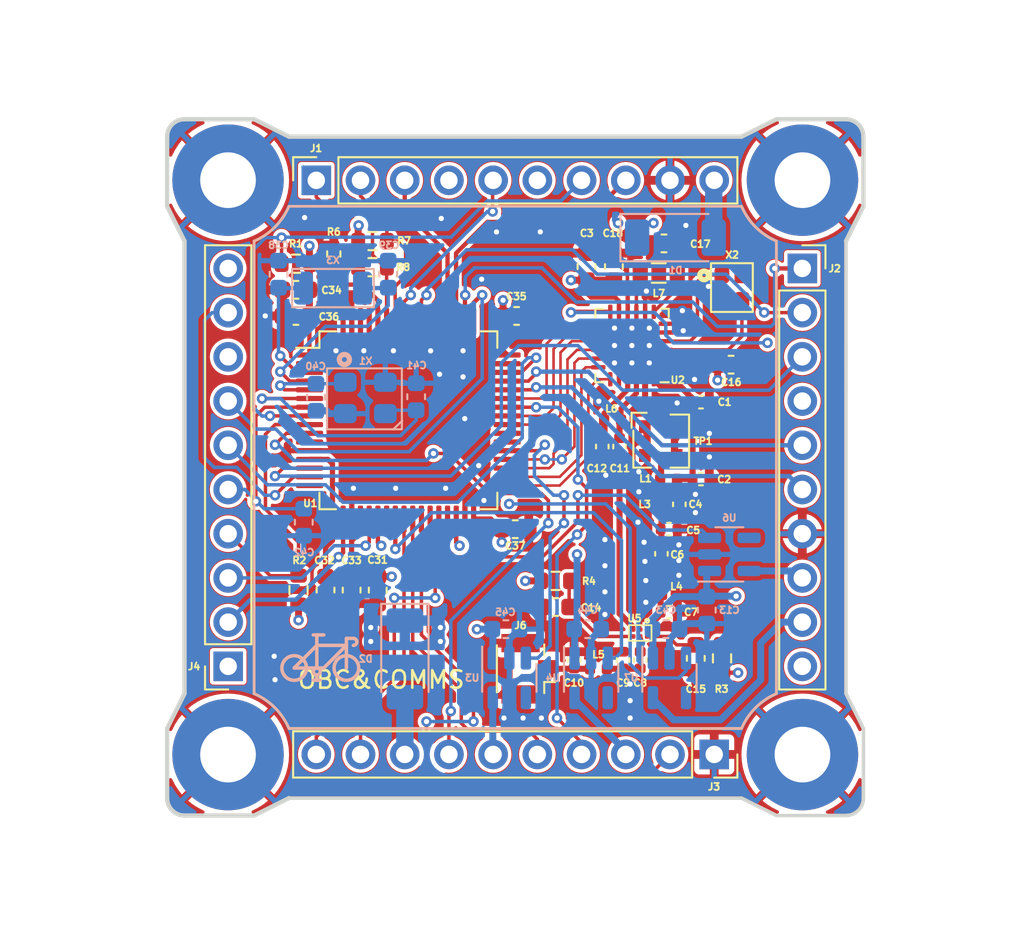
<source format=kicad_pcb>
(kicad_pcb (version 20221018) (generator pcbnew)
  (title_block (title "OBC&COMMS subsystem layout") (date "11/12/2022") (rev "2.0"))
  (layers (0 "F.Cu" signal) (1 "In1.Cu" signal) (2 "In2.Cu" signal) (31 "B.Cu" signal) (34 "B.Paste" user) (35 "F.Paste" user) (36 "B.SilkS" user "B.Silkscreen") (37 "F.SilkS" user "F.Silkscreen") (38 "B.Mask" user) (39 "F.Mask" user) (44 "Edge.Cuts" user))
  (net 0 "")
  (net 1 "Net-(U2-VR_PA)")
  (net 2 "GND")
  (net 3 "Net-(C4-Pad1)")
  (net 4 "Net-(C4-Pad2)")
  (net 5 "Net-(C6-Pad2)")
  (net 6 "Net-(C8-Pad2)")
  (net 7 "Net-(U5-RF2)")
  (net 8 "/RFswitch_ctrl")
  (net 9 "Net-(U5-RFIN)")
  (net 10 "/XTB")
  (net 11 "/XTA")
  (net 12 "OSC32_IN")
  (net 13 "OSC32_OUT")
  (net 14 "NRST")
  (net 15 "VCC_UMBILICAL")
  (net 16 "SDA1")
  (net 17 "SCL1")
  (net 18 "UART_RX")
  (net 19 "KILLSWITCH+")
  (net 20 "PFO")
  (net 21 "BATT-")
  (net 22 "STM32_PA9")
  (net 23 "UART_TX")
  (net 24 "ADC_PL")
  (net 25 "DAC_PL")
  (net 26 "SWCLK")
  (net 27 "SWDIO")
  (net 28 "CLPROG")
  (net 29 "SOLAR_X")
  (net 30 "CHRGOFF")
  (net 31 "STM32_PA15")
  (net 32 "SOLAR_Y")
  (net 33 "SEL_PH2")
  (net 34 "SEL_PH1")
  (net 35 "SWO")
  (net 36 "BURNCOMMS")
  (net 37 "CHRG")
  (net 38 "FAULT")
  (net 39 "P{slash}L_POWER")
  (net 40 "HEATER_PWR")
  (net 41 "PH_PL")
  (net 42 "SOLAR_Z")
  (net 43 "Net-(J6-In)")
  (net 44 "VCC")
  (net 45 "SEL_PH0")
  (net 46 "ADC_PH")
  (net 47 "/Boot0")
  (net 48 "/PoL_P{slash}L_EN")
  (net 49 "/PoL_BURN_EN")
  (net 50 "Net-(U2-RFI_N)")
  (net 51 "Net-(U5-RF1)")
  (net 52 "/SX1262_NSS")
  (net 53 "/SCK")
  (net 54 "/MISO")
  (net 55 "Net-(U2-RFI_P)")
  (net 56 "Net-(U2-VREG)")
  (net 57 "Net-(U2-DCC_SW)")
  (net 58 "Net-(U2-RFO)")
  (net 62 "/MOSI")
  (net 63 "/SX1262_NRST")
  (net 64 "/DIO1")
  (net 65 "/SX1262_BUSY")
  (net 66 "3V3_PERM")
  (net 67 "BATT_NTC")
  (net 68 "ADCS_POWER")
  (net 69 "/OSC_IN")
  (net 70 "/OSC_OUT")
  (net 73 "/DIO2")
  (net 74 "/RFswitch_Vcc")
  (net 75 "/PoL_ADCS_POWER_EN")
  (net 76 "STM32_PB0")
  (net 77 "SDA3")
  (net 78 "SCL3")
  (net 81 "/HEATER_EN")
  (footprint "Capacitor_SMD:C_0603_1608Metric" (layer "F.Cu") (at 155.6669 83.4682 90)
    (fp_text reference "C18")
    (fp_text value "100nF")
  )
  (footprint "Capacitor_SMD:C_0603_1608Metric" (layer "F.Cu") (at 139.1005 102.05 -90)
    (fp_text reference "C32")
    (fp_text value "100nF")
  )
  (footprint "Resistor_SMD:R_0402_1005Metric" (layer "F.Cu") (at 139.5758 82.742 90)
    (fp_text reference "R6")
    (fp_text value "10k")
  )
  (footprint "Capacitor_SMD:C_0603_1608Metric" (layer "F.Cu") (at 160.3711 105.9698 -90)
    (fp_text reference "C15")
    (fp_text value "1nF")
  )
  (footprint "Capacitor_SMD:C_0603_1608Metric" (layer "F.Cu") (at 137.4005 86.3 180)
    (fp_text reference "C36")
    (fp_text value "100nF")
  )
  (footprint "Inductor_SMD:L_0402_1005Metric" (layer "F.Cu") (at 158.3661 97.1274 -90)
    (fp_text reference "L3")
    (fp_text value "2.5nH")
  )
  (footprint "Resistor_SMD:R_0603_1608Metric" (layer "F.Cu") (at 141.8005 83.5)
    (fp_text reference "R8")
    (fp_text value "4.7k")
  )
  (footprint "Capacitor_SMD:C_0603_1608Metric" (layer "F.Cu") (at 140.6005 102.05 -90)
    (fp_text reference "C33")
    (fp_text value "100nF")
  )
  (footprint "Capacitor_SMD:C_0402_1005Metric" (layer "F.Cu") (at 158.3975 99.9664 -90)
    (fp_text reference "C6")
    (fp_text value "39pF")
  )
  (footprint "Package_QFP:LQFP-64_10x10mm_P0.5mm" (layer "F.Cu") (at 143.86 92.293)
    (fp_text reference "U1")
    (fp_text value "STM32L476RGTx")
  )
  (footprint "Resistor_SMD:R_0603_1608Metric" (layer "F.Cu") (at 152.3215 101.52)
    (fp_text reference "R4")
    (fp_text value "100R")
  )
  (footprint "Capacitor_SMD:C_0402_1005Metric" (layer "F.Cu") (at 158.8335 98.544)
    (fp_text reference "C5")
    (fp_text value "5.6pF")
  )
  (footprint "Capacitor_SMD:C_0402_1005Metric" (layer "F.Cu") (at 157.1793 106.0698 -90)
    (fp_text reference "C8")
    (fp_text value "39pF")
  )
  (footprint "Package_DFN_QFN:QFN-24-1EP_4x4mm_P0.5mm_EP2.6x2.6mm" (layer "F.Cu") (at 156.7093 87.9998 180)
    (fp_text reference "U2")
    (fp_text value "SX1262IMLTRT")
  )
  (footprint "Inductor_SMD:L_0402_1005Metric" (layer "F.Cu") (at 154.7793 106.5698 180)
    (fp_text reference "L5")
    (fp_text value "9.1nH")
  )
  (footprint "connector-nsl:SLW-110-01" (layer "F.Cu") (at 161.430011 111.499999 -90)
    (fp_text reference "J3")
    (fp_text value "Conn_01x10")
  )
  (footprint "Capacitor_SMD:C_0603_1608Metric" (layer "F.Cu") (at 162.3989 89.1)
    (fp_text reference "C16")
    (fp_text value "1uF")
  )
  (footprint "connector-nsl:SLW-110-01" (layer "F.Cu") (at 133.500001 106.429999 180)
    (fp_text reference "J4")
    (fp_text value "Conn_01x10")
  )
  (footprint "Capacitor_SMD:C_0402_1005Metric" (layer "F.Cu") (at 160.6675 95.67)
    (fp_text reference "C2")
    (fp_text value "47pF")
  )
  (footprint "Capacitor_SMD:C_0603_1608Metric" (layer "F.Cu") (at 158.5437 82.1324 180)
    (fp_text reference "C17")
    (fp_text value "470nF")
  )
  (footprint "rf-nsl:PG-TSLP-6-4" (layer "F.Cu") (at 157.178 104.513 180)
    (fp_text reference "U5")
    (fp_text value "BGS12PL6E6327XTSA1")
  )
  (footprint "MountingHole:MountingHole_3.2mm_M3_Pad" (layer "F.Cu") (at 133.5 78.5)
    (fp_text reference "H2" hide)
    (fp_text value "MountingHole_Pad")
  )
  (footprint "Capacitor_SMD:C_0402_1005Metric" (layer "F.Cu") (at 153.3793 106.0698 90)
    (fp_text reference "C10")
    (fp_text value "3.3pF")
  )
  (footprint "Capacitor_SMD:C_0402_1005Metric" (layer "F.Cu") (at 159.4261 97.1244 -90)
    (fp_text reference "C4")
    (fp_text value "3.3pF")
  )
  (footprint "Inductor_SMD:L_0402_1005Metric" (layer "F.Cu") (at 158.4075 101.846 -90)
    (fp_text reference "L4")
    (fp_text value "4.7nH")
  )
  (footprint "Connector_Coaxial:U.FL_Hirose_U.FL-R-SMT-1_Vertical" (layer "F.Cu") (at 150.7793 106.5698 180)
    (fp_text reference "J6")
    (fp_text value "U.FL")
  )
  (footprint "connector-nsl:SLW-110-01" (layer "F.Cu") (at 166.500003 83.569989)
    (fp_text reference "J2")
    (fp_text value "Conn_01x10")
  )
  (footprint "Resistor_SMD:R_0603_1608Metric" (layer "F.Cu") (at 161.8793 105.9698 90)
    (fp_text reference "R3")
    (fp_text value "100R")
  )
  (footprint "MountingHole:MountingHole_3.2mm_M3_Pad" (layer "F.Cu") (at 133.5 111.5)
    (fp_text reference "H1" hide)
    (fp_text value "MountingHole_Pad")
  )
  (footprint "Capacitor_SMD:C_0402_1005Metric" (layer "F.Cu") (at 155.0005 93.8034 -90)
    (fp_text reference "C12")
    (fp_text value "1.8pF")
  )
  (footprint "Capacitor_SMD:C_0402_1005Metric" (layer "F.Cu") (at 155.9905 93.8034 -90)
    (fp_text reference "C11")
    (fp_text value "2.4pF")
  )
  (footprint "Resistor_SMD:R_0603_1608Metric" (layer "F.Cu") (at 137.5505 102.05 90)
    (fp_text reference "R2")
    (fp_text value "4.7k")
  )
  (footprint "Capacitor_SMD:C_0603_1608Metric" (layer "F.Cu") (at 154.0921 83.4682 90)
    (fp_text reference "C3")
    (fp_text value "100nF")
  )
  (footprint "miscelaneous-nsl:EPSON_FA128" (layer "F.Cu") (at 162.446493 84.670012 -90)
    (fp_text reference "X2")
    (fp_text value "FA-128_32.0000MF20X-K5")
  )
  (footprint "Capacitor_SMD:C_0603_1608Metric" (layer "F.Cu") (at 152.3215 103.02 180)
    (fp_text reference "C14")
    (fp_text value "1nF")
  )
  (footprint "Capacitor_SMD:C_0402_1005Metric" (layer "F.Cu") (at 160.6693 91.2546)
    (fp_text reference "C1")
    (fp_text value "47nF")
  )
  (footprint "connector-nsl:SLW-110-01" (layer "F.Cu") (at 138.570001 78.499997 90)
    (fp_text reference "J1")
    (fp_text value "Conn_01x10")
  )
  (footprint "Inductor_SMD:L_0402_1005Metric" (layer "F.Cu") (at 155.5905 92.2764 180)
    (fp_text reference "L6")
    (fp_text value "15nH")
  )
  (footprint "Capacitor_SMD:C_0402_1005Metric" (layer "F.Cu") (at 156.1961 106.0698 90)
    (fp_text reference "C9")
    (fp_text value "3.3pF")
  )
  (footprint "Inductor_SMD:L_0805_2012Metric" (layer "F.Cu") (at 158.2448 83.8342 180)
    (fp_text reference "L7")
    (fp_text value "15uH")
  )
  (footprint "Capacitor_SMD:C_0603_1608Metric" (layer "F.Cu") (at 142.1005 102.05 -90)
    (fp_text reference "C31")
    (fp_text value "4.7uF")
  )
  (footprint "Resistor_SMD:R_0603_1608Metric" (layer "F.Cu") (at 141.8005 82)
    (fp_text reference "R7")
    (fp_text value "4.7k")
  )
  (footprint "Capacitor_SMD:C_0402_1005Metric" (layer "F.Cu") (at 158.8335 103.3192)
    (fp_text reference "C7")
    (fp_text value "2.2pF")
  )
  (footprint "Capacitor_SMD:C_0603_1608Metric" (layer "F.Cu") (at 150.0755 86.3)
    (fp_text reference "C35")
    (fp_text value "100nF")
  )
  (footprint "Inductor_SMD:L_0402_1005Metric" (layer "F.Cu") (at 158.8075 95.683 180)
    (fp_text reference "L1")
    (fp_text value "47nH")
  )
  (footprint "Capacitor_SMD:C_0603_1608Metric" (layer "F.Cu") (at 137.4005 84.8 180)
    (fp_text reference "C34")
    (fp_text value "100nF")
  )
  (footprint "MountingHole:MountingHole_3.2mm_M3_Pad" (layer "F.Cu") (at 166.5 78.5)
    (fp_text reference "H3" hide)
    (fp_text value "MountingHole_Pad")
  )
  (footprint "MountingHole:MountingHole_3.2mm_M3_Pad" (layer "F.Cu") (at 166.5 111.5)
    (fp_text reference "H4" hide)
    (fp_text value "MountingHole_Pad")
  )
  (footprint "connector-nsl:CoaxialSwitch_Hirose_MS-156C3_Horizontal" (layer "F.Cu") (at 158.359303 93.489799 -90)
    (fp_text reference "TP1")
    (fp_text value "CoaxialSwitch_Testpoint")
  )
  (footprint "Capacitor_SMD:C_0603_1608Metric" (layer "F.Cu") (at 150.0005 98.55)
    (fp_text reference "C37")
    (fp_text value "1uF")
  )
  (footprint "Resistor_SMD:R_0603_1608Metric" (layer "F.Cu") (at 137.4005 83.3 180)
    (fp_text reference "R1")
    (fp_text value "4.7k")
  )
  (footprint "Capacitor_SMD:C_0603_1608Metric" (layer "B.Cu") (at 142.7005 83.9 90)
    (fp_text reference "C39")
    (fp_text value "10pF")
  )
  (footprint "Capacitor_SMD:C_0603_1608Metric" (layer "B.Cu") (at 144.3075 90.94 90)
    (fp_text reference "C41")
    (fp_text value "20pF")
  )
  (footprint "Package_TO_SOT_SMD:SOT-23-5" (layer "B.Cu") (at 158.86 107.093 -90)
    (fp_text reference "U7")
    (fp_text value "BD2232G-GTR")
  )
  (footprint "passive-nsl:RBS1LAM40ATR_Schottky" (layer "B.Cu") (at 159.2005 81.79999)
    (fp_text reference "D1")
    (fp_text value "type=\"D\" model=\"RBS1LAM40ATR\" lib=\"\"")
  )
  (footprint "miscelaneous-nsl:ABS09" (layer "B.Cu") (at 139.530499 84.70001)
    (fp_text reference "X3")
    (fp_text value "ABS09-32.768KHZ-7-T")
  )
  (footprint "Capacitor_SMD:C_0603_1608Metric" (layer "B.Cu") (at 158.66 104.293)
    (fp_text reference "C43")
    (fp_text value "1uF")
  )
  (footprint "Package_TO_SOT_SMD:SOT-23-5" (layer "B.Cu") (at 154.36 107.093 -90)
    (fp_text reference "U4")
    (fp_text value "BD2232G-GTR")
  )
  (footprint "Package_TO_SOT_SMD:SOT-23-5" (layer "B.Cu") (at 149.66 107.093 -90)
    (fp_text reference "U3")
    (fp_text value "BD2232G-GTR")
  )
  (footprint "miscelaneous-nsl:ECS-120-18-33" (layer "B.Cu") (at 141.4046 90.997)
    (fp_text reference "X1")
    (fp_text value "ECS-120-18-33-JEM-TR3")
  )
  (footprint "Capacitor_SMD:C_0603_1608Metric" (layer "B.Cu") (at 138.5505 90.97 -90)
    (fp_text reference "C40")
    (fp_text value "20pF")
  )
  (footprint "Capacitor_SMD:C_0603_1608Metric" (layer "B.Cu") (at 154.16 104.293)
    (fp_text reference "C44")
    (fp_text value "1uF")
  )
  (footprint "passive-nsl:RBS1LAM40ATR_Schottky" (layer "B.Cu") (at 143.660001 106 -90)
    (fp_text reference "D2")
    (fp_text value "type=\"D\" model=\"RBS1LAM40ATR\" lib=\"\"")
  )
  (footprint "Capacitor_SMD:C_0603_1608Metric" (layer "B.Cu") (at 149.46 104.293 180)
    (fp_text reference "C45")
    (fp_text value "1uF")
  )
  (footprint "Capacitor_SMD:C_0603_1608Metric" (layer "B.Cu") (at 161.0005 103.2 -90)
    (fp_text reference "C13")
    (fp_text value "1uF")
  )
  (footprint "Capacitor_SMD:C_0603_1608Metric" (layer "B.Cu") (at 137.8505 98.15 -90)
    (fp_text reference "C42")
    (fp_text value "100nF")
  )
  (footprint "Package_TO_SOT_SMD:SOT-23-5" (layer "B.Cu") (at 162.3005 100)
    (fp_text reference "U6")
    (fp_text value "BD2232G-GTR")
  )
  (footprint "symbols-nsl:Bike" (layer "B.Cu") (at 140.6 110.425 180)
    (fp_text reference "Annotation1" hide)
    (fp_text value "Silkscreen_Annotation" hide)
  )
  (footprint "Capacitor_SMD:C_0603_1608Metric" (layer "B.Cu") (at 136.4005 83.9 90)
    (fp_text reference "C38")
    (fp_text value "10pF")
  )
  (gr_poly (pts (xy 148.9241 107.7804) (xy 148.9561 107.7484) (xy 148.9661 107.7484) (xy 148.9341 107.7804) (xy 148.9241 107.7804)) (fill solid) (layer "F.Cu"))
  (gr_arc (start 137.000499 80) (mid 136.193082 81.192582) (end 135.0005 81.999999) (stroke (width 0.15)) (layer "B.SilkS"))
  (gr_arc (start 163.000501 110) (mid 163.807918 108.807418) (end 165.0005 108.000001) (stroke (width 0.15)) (layer "B.SilkS"))
  (gr_line (start 165.0005 108) (end 165.0005 82) (stroke (width 0.15)) (layer "B.SilkS"))
  (gr_arc (start 135.0005 108.000001) (mid 136.193082 108.807418) (end 137.000499 110) (stroke (width 0.15)) (layer "B.SilkS"))
  (gr_line (start 137.0005 110) (end 163.0005 110) (stroke (width 0.15)) (layer "B.SilkS"))
  (gr_line (start 137.0005 80) (end 163.0005 80) (stroke (width 0.15)) (layer "B.SilkS"))
  (gr_arc (start 165.0005 81.999999) (mid 163.807918 81.192582) (end 163.000501 80) (stroke (width 0.15)) (layer "B.SilkS"))
  (gr_line (start 135.0005 82) (end 135.0005 108) (stroke (width 0.15)) (layer "B.SilkS"))
  (gr_arc (start 137.000499 80) (mid 136.193082 81.192582) (end 135.0005 81.999999) (stroke (width 0.15)) (layer "F.SilkS"))
  (gr_line (start 135.0005 82) (end 135.0005 108) (stroke (width 0.15)) (layer "F.SilkS"))
  (gr_line (start 137.0005 110) (end 163.0005 110) (stroke (width 0.15)) (layer "F.SilkS"))
  (gr_line (start 165.0005 108) (end 165.0005 82) (stroke (width 0.15)) (layer "F.SilkS"))
  (gr_arc (start 135.0005 108.000001) (mid 136.193082 108.807418) (end 137.000499 110) (stroke (width 0.15)) (layer "F.SilkS"))
  (gr_line (start 137.0005 80) (end 163.0005 80) (stroke (width 0.15)) (layer "F.SilkS"))
  (gr_arc (start 163.000501 110) (mid 163.807918 108.807418) (end 165.0005 108.000001) (stroke (width 0.15)) (layer "F.SilkS"))
  (gr_arc (start 165.0005 81.999999) (mid 163.807918 81.192582) (end 163.000501 80) (stroke (width 0.15)) (layer "F.SilkS"))
  (gr_line (start 135 115) (end 131.001 115) (stroke (width 0.25)) (layer "Edge.Cuts"))
  (gr_line (start 135 75) (end 137 76) (stroke (width 0.25)) (layer "Edge.Cuts"))
  (gr_line (start 165 75) (end 169 75) (stroke (width 0.25)) (layer "Edge.Cuts"))
  (gr_arc (start 130 76) (mid 130.292893 75.292893) (end 131 75) (stroke (width 0.25)) (layer "Edge.Cuts"))
  (gr_line (start 131 82) (end 130 80) (stroke (width 0.25)) (layer "Edge.Cuts"))
  (gr_line (start 165.001 115) (end 163.0005 114) (stroke (width 0.2)) (layer "Edge.Cuts"))
  (gr_arc (start 169 75) (mid 169.70746 75.292833) (end 170.001 76) (stroke (width 0.25)) (layer "Edge.Cuts"))
  (gr_line (start 169.001 115.001) (end 165.001 115) (stroke (width 0.2)) (layer "Edge.Cuts"))
  (gr_line (start 130 80) (end 130 76) (stroke (width 0.25)) (layer "Edge.Cuts"))
  (gr_line (start 150 76) (end 163 76) (stroke (width 0.25)) (layer "Edge.Cuts"))
  (gr_line (start 170.001 80) (end 169.001 82) (stroke (width 0.25)) (layer "Edge.Cuts"))
  (gr_line (start 170.001 76) (end 170.001 80) (stroke (width 0.25)) (layer "Edge.Cuts"))
  (gr_line (start 169.001 108) (end 170.001 110) (stroke (width 0.2)) (layer "Edge.Cuts"))
  (gr_arc (start 170.0015 114) (mid 169.708564 114.70771) (end 169.001 115.001) (stroke (width 0.2)) (layer "Edge.Cuts"))
  (gr_line (start 169 82) (end 169.001 108) (stroke (width 0.2)) (layer "Edge.Cuts"))
  (gr_line (start 163 76) (end 165 75) (stroke (width 0.25)) (layer "Edge.Cuts"))
  (gr_line (start 137.001 114) (end 135 115) (stroke (width 0.25)) (layer "Edge.Cuts"))
  (gr_line (start 137 76) (end 150 76) (stroke (width 0.25)) (layer "Edge.Cuts"))
  (gr_line (start 131 75) (end 135 75) (stroke (width 0.25)) (layer "Edge.Cuts"))
  (gr_line (start 163.0005 114) (end 137.001 114) (stroke (width 0.2)) (layer "Edge.Cuts"))
  (gr_arc (start 131 115) (mid 130.292893 114.707107) (end 130 114) (stroke (width 0.25)) (layer "Edge.Cuts"))
  (gr_line (start 170.001 110) (end 170.0015 114) (stroke (width 0.2)) (layer "Edge.Cuts"))
  (gr_line (start 130 114) (end 130 110) (stroke (width 0.25)) (layer "Edge.Cuts"))
  (gr_line (start 131 108) (end 131 82) (stroke (width 0.25)) (layer "Edge.Cuts"))
  (gr_line (start 130 110) (end 131 108) (stroke (width 0.25)) (layer "Edge.Cuts"))
  (gr_text "OBC&COMMS" (at 142.3005 107.2) (layer "F.SilkS") (effects (font (size 1 1))))
  (segment (start 159.5277 90.391) (end 160.1875 91.0508) (width 0.35) (layer "F.Cu") (net 1))
  (segment (start 159.5277 90.391) (end 158.413 90.391) (width 0.35) (layer "F.Cu") (net 1))
  (segment (start 160.1875 91.0508) (end 160.1875 95.67) (width 0.35) (layer "F.Cu") (net 1))
  (segment (start 157.9843 89.9623) (end 157.9843 89.9373) (width 0.35) (layer "F.Cu") (net 1))
  (segment (start 158.413 90.391) (end 157.9843 89.9623) (width 0.35) (layer "F.Cu") (net 1))
  (segment (start 159.2775 95.658) (end 160.2075 95.671) (width 0.35) (layer "F.Cu") (net 1))
  (segment (start 157.9507 88.7498) (end 157.7005 89) (width 0.25) (layer "F.Cu") (net 2))
  (segment (start 157.544303 94.806197) (end 157.1005 95.25) (width 0.25) (layer "F.Cu") (net 2))
  (segment (start 155.9593 89.2588) (end 155.7005 89) (width 0.25) (layer "F.Cu") (net 2))
  (segment (start 155.9593 89.9373) (end 155.9593 89.2588) (width 0.25) (layer "F.Cu") (net 2))
  (segment (start 159.3005 93.363602) (end 159.174303 93.489799) (width 0.25) (layer "F.Cu") (net 2))
  (segment (start 155.6986 82.4014) (end 155.4 82.7) (width 0.1) (layer "F.Cu") (net 2))
  (segment (start 157.178 102.808) (end 157.178 104.271095) (width 0.1) (layer "F.Cu") (net 2))
  (segment (start 157.544303 93.489799) (end 157.544303 94.806197) (width 0.25) (layer "F.Cu") (net 2))
  (segment (start 158.6468 88.7498) (end 157.9507 88.7498) (width 0.25) (layer "F.Cu") (net 2))
  (segment (start 157.236 102.75) (end 157.178 102.808) (width 0.1) (layer "F.Cu") (net 2))
  (segment (start 157.2505 102.75) (end 157.236 102.75) (width 0.1) (layer "F.Cu") (net 2))
  (segment (start 159.3005 91.3) (end 159.3005 93.363602) (width 0.25) (layer "F.Cu") (net 2))
  (via (at 148.07 84.19) (size 0.6) (drill 0.3) (layers "F.Cu" "B.Cu") (net 2))
  (via (at 155.1505 100.65) (size 0.6) (drill 0.3) (layers "F.Cu" "B.Cu") (net 2))
  (via (at 154.8005 91.2) (size 0.6) (drill 0.3) (layers "F.Cu" "B.Cu") (net 2))
  (via (at 160.3505 96.55) (size 0.6) (drill 0.3) (layers "F.Cu" "B.Cu") (net 2))
  (via (at 157.1005 96.4) (size 0.6) (drill 0.3) (layers "F.Cu" "B.Cu") (net 2))
  (via (at 151.4376 81.472) (size 0.6) (drill 0.3) (layers "F.Cu" "B.Cu") (net 2))
  (via (at 157.5 102.75) (size 0.6) (drill 0.3) (layers "F.Cu" "B.Cu") (net 2))
  (via (at 159.3005 91.3) (size 0.6) (drill 0.3) (layers "F.Cu" "B.Cu") (net 2))
  (via (at 156.6005 107.45) (size 0.6) (drill 0.3) (layers "F.Cu" "B.Cu") (net 2))
  (via (at 145.1384 88.3046) (size 0.6) (drill 0.3) (layers "F.Cu" "B.Cu") (net 2))
  (via (at 161.1505 94.4) (size 0.6) (drill 0.3) (layers "F.Cu" "B.Cu") (net 2))
  (via (at 155.1505 103.45) (size 0.6) (drill 0.3) (layers "F.Cu" "B.Cu") (net 2))
  (via (at 155.1505 99.15) (size 0.6) (drill 0.3) (layers "F.Cu" "B.Cu") (net 2))
  (via (at 155.2005 95.45) (size 0.6) (drill 0.3) (layers "F.Cu" "B.Cu") (net 2))
  (via (at 147.9005 94.9) (size 0.6) (drill 0.3) (layers "F.Cu" "B.Cu") (net 2))
  (via (at 147.0005 89.8) (size 0.6) (drill 0.3) (layers "F.Cu" "B.Cu") (net 2))
  (via (at 148.923 81.4755) (size 0.6) (drill 0.3) (layers "F.Cu" "B.Cu") (net 2))
  (via (at 147.0005 88.3) (size 0.6) (drill 0.3) (layers "F.Cu" "B.Cu") (net 2))
  (via (at 157.7005 87) (size 0.6) (drill 0.3) (layers "F.Cu" "B.Cu") (net 2))
  (via (at 141.3005 88.3) (size 0.6) (drill 0.3) (layers "F.Cu" "B.Cu") (net 2))
  (via (at 157.5 101.5) (size 0.6) (drill 0.3) (layers "F.Cu" "B.Cu") (net 2))
  (via (at 159.4005 101.2) (size 0.6) (drill 0.3) (layers "F.Cu" "B.Cu") (net 2))
  (via (at 161.1 84.6) (size 0.6) (drill 0.3) (layers "F.Cu" "B.Cu") (net 2))
  (via (at 157.4 99.3) (size 0.6) (drill 0.3) (layers "F.Cu" "B.Cu") (net 2))
  (via (at 145.6505 89.65) (size 0.6) (drill 0.3) (layers "F.Cu" "B.Cu") (net 2))
  (via (at 137.9005 80.65) (size 0.6) (drill 0.3) (layers "F.Cu" "B.Cu") (net 2))
  (via (at 156.6005 108.4) (size 0.6) (drill 0.3) (layers "F.Cu" "B.Cu") (net 2))
  (via (at 143.1318 96.2) (size 0.6) (drill 0.3) (layers "F.Cu" "B.Cu") (net 2))
  (via (at 160.3505 97.6) (size 0.6) (drill 0.3) (layers "F.Cu" "B.Cu") (net 2))
  (via (at 135.6388 86.298) (size 0.6) (drill 0.3) (layers "F.Cu" "B.Cu") (net 2))
  (via (at 157.0505 98.15) (size 0.6) (drill 0.3) (layers "F.Cu" "B.Cu") (net 2))
  (via (at 140.7005 96.2) (size 0.6) (drill 0.3) (layers "F.Cu" "B.Cu") (net 2))
  (via (at 149.3505 109.4) (size 0.6) (drill 0.3) (layers "F.Cu" "B.Cu") (net 2))
  (via (at 159.4005 99.45) (size 0.6) (drill 0.3) (layers "F.Cu" "B.Cu") (net 2))
  (via (at 160.3005 89.95) (size 0.6) (drill 0.3) (layers "F.Cu" "B.Cu") (net 2))
  (via (at 145.7505 80.7) (size 0.6) (drill 0.3) (layers "F.Cu" "B.Cu") (net 2))
  (via (at 155.7005 89) (size 0.6) (drill 0.3) (layers "F.Cu" "B.Cu") (net 2))
  (via (at 161.1505 93.05) (size 0.6) (drill 0.3) (layers "F.Cu" "B.Cu") (net 2))
  (via (at 136.1505 105.85) (size 0.6) (drill 0.3) (layers "F.Cu" "B.Cu") (net 2))
  (via (at 157.45 100.4) (size 0.6) (drill 0.3) (layers "F.Cu" "B.Cu") (net 2))
  (via (at 157.1005 95.25) (size 0.6) (drill 0.3) (layers "F.Cu" "B.Cu") (net 2))
  (via (at 159.8005 81.1) (size 0.6) (drill 0.3) (layers "F.Cu" "B.Cu") (net 2))
  (via (at 148.2005 96.9) (size 0.6) (drill 0.3) (layers "F.Cu" "B.Cu") (net 2))
  (via (at 147.1005 92.2) (size 0.6) (drill 0.3) (layers "F.Cu" "B.Cu") (net 2))
  (via (at 155.1505 102.15) (size 0.6) (drill 0.3) (layers "F.Cu" "B.Cu") (net 2))
  (via (at 157.5336 84.8756) (size 0.6) (drill 0.3) (layers "F.Cu" "B.Cu") (net 2))
  (via (at 156.7005 87) (size 0.6) (drill 0.3) (layers "F.Cu" "B.Cu") (net 2))
  (via (at 156.7005 88) (size 0.6) (drill 0.3) (layers "F.Cu" "B.Cu") (net 2))
  (via (at 143.0005 88.3) (size 0.6) (drill 0.3) (layers "F.Cu" "B.Cu") (net 2))
  (via (at 146.0005 96.2) (size 0.6) (drill 0.3) (layers "F.Cu" "B.Cu") (net 2))
  (via (at 150.4505 109.4) (size 0.6) (drill 0.3) (layers "F.Cu" "B.Cu") (net 2))
  (via (at 155.7005 88) (size 0.6) (drill 0.3) (layers "F.Cu" "B.Cu") (net 2))
  (via (at 159.6005 86) (size 0.6) (drill 0.3) (layers "F.Cu" "B.Cu") (net 2))
  (via (at 157.7005 89) (size 0.6) (drill 0.3) (layers "F.Cu" "B.Cu") (net 2))
  (via (at 159.6505 87.15) (size 0.6) (drill 0.3) (layers "F.Cu" "B.Cu") (net 2))
  (via (at 156.6005 109.4) (size 0.6) (drill 0.3) (layers "F.Cu" "B.Cu") (net 2))
  (via (at 139.7005 88.3) (size 0.6) (drill 0.3) (layers "F.Cu" "B.Cu") (net 2))
  (via (at 156.7005 89) (size 0.6) (drill 0.3) (layers "F.Cu" "B.Cu") (net 2))
  (via (at 151.5005 109.4) (size 0.6) (drill 0.3) (layers "F.Cu" "B.Cu") (net 2))
  (via (at 157.7005 88) (size 0.6) (drill 0.3) (layers "F.Cu" "B.Cu") (net 2))
  (via (at 136.2005 107.2) (size 0.6) (drill 0.3) (layers "F.Cu" "B.Cu") (net 2))
  (via (at 159.4005 100.35) (size 0.6) (drill 0.3) (layers "F.Cu" "B.Cu") (net 2))
  (via (at 155.7005 87) (size 0.6) (drill 0.3) (layers "F.Cu" "B.Cu") (net 2))
  (segment (start 149.66 104.868) (end 150.235 104.293) (width 0.4) (layer "B.Cu") (net 2))
  (segment (start 154.36 105.9555) (end 154.36 104.868) (width 0.4) (layer "B.Cu") (net 2))
  (segment (start 158.86 104.868) (end 159.435 104.293) (width 0.4) (layer "B.Cu") (net 2))
  (segment (start 138.5505 91.745) (end 139.1554 91.745) (width 0.4) (layer "B.Cu") (net 2))
  (segment (start 139.3218 91.9114) (end 140.2362 91.9114) (width 0.4) (layer "B.Cu") (net 2))
  (segment (start 159.753 103.975) (end 161.0005 103.975) (width 0.4) (layer "B.Cu") (net 2))
  (segment (start 149.66 105.9555) (end 149.66 104.868) (width 0.4) (layer "B.Cu") (net 2))
  (segment (start 154.36 104.868) (end 154.935 104.293) (width 0.4) (layer "B.Cu") (net 2))
  (segment (start 139.1554 91.745) (end 139.3218 91.9114) (width 0.4) (layer "B.Cu") (net 2))
  (segment (start 159.435 104.293) (end 159.753 103.975) (width 0.4) (layer "B.Cu") (net 2))
  (segment (start 158.86 105.9555) (end 158.86 104.868) (width 0.4) (layer "B.Cu") (net 2))
  (segment (start 158.3593 94.4498) (end 158.3793 94.4698) (width 0.35) (layer "F.Cu") (net 3))
  (segment (start 158.3793 94.4698) (end 158.3793 96.3418) (width 0.35) (layer "F.Cu") (net 3))
  (segment (start 158.3775 96.612) (end 158.4155 96.65) (width 0.35) (layer "F.Cu") (net 3))
  (segment (start 158.4441 96.6644) (end 159.4261 96.6644) (width 0.35) (layer "F.Cu") (net 3))
  (segment (start 158.3741 96.5944) (end 158.4441 96.6644) (width 0.35) (layer "F.Cu") (net 3))
  (segment (start 158.4145 97.551) (end 158.3965 98.62) (width 0.35) (layer "F.Cu") (net 4))
  (segment (start 159.4261 97.5844) (end 159.3361 97.4944) (width 0.35) (layer "F.Cu") (net 4))
  (segment (start 158.3975 98.62) (end 158.3975 99.62) (width 0.35) (layer "F.Cu") (net 4))
  (segment (start 159.3361 97.4944) (end 158.3741 97.4944) (width 0.35) (layer "F.Cu") (net 4))
  (segment (start 158.3965 100.54) (end 158.4045 101.46) (width 0.35) (layer "F.Cu") (net 5))
  (segment (start 157.1593 106.5698) (end 155.1811 106.5698) (width 0.35) (layer "F.Cu") (net 6))
  (segment (start 157.578 104.2225) (end 157.578 104.313) (width 0.25) (layer "F.Cu") (net 7))
  (segment (start 157.8005 104) (end 158.3535 103.447) (width 0.35) (layer "F.Cu") (net 7))
  (segment (start 158.3535 103.447) (end 158.3535 102.41) (width 0.35) (layer "F.Cu") (net 7))
  (segment (start 158.3535 102.41) (end 158.4045 102.359) (width 0.35) (layer "F.Cu") (net 7))
  (segment (start 157.8005 104) (end 157.578 104.2225) (width 0.25) (layer "F.Cu") (net 7))
  (segment (start 160.3711 105.1948) (end 159.2713 105.1948) (width 0.2) (layer "F.Cu") (net 8))
  (segment (start 158.7895 104.713) (end 157.578 104.713) (width 0.2) (layer "F.Cu") (net 8))
  (segment (start 161.8293 105.1948) (end 161.8793 105.1448) (width 0.2) (layer "F.Cu") (net 8))
  (segment (start 159.2713 105.1948) (end 158.7895 104.713) (width 0.2) (layer "F.Cu") (net 8))
  (segment (start 160.3711 105.1948) (end 161.8293 105.1948) (width 0.2) (layer "F.Cu") (net 8))
  (segment (start 157.1793 105.5584) (end 157.1793 104.8698) (width 0.35) (layer "F.Cu") (net 9))
  (segment (start 157.1993 105.5784) (end 157.1793 105.5584) (width 0.35) (layer "F.Cu") (net 9))
  (segment (start 160.4685 84.3283) (end 160.851788 83.945012) (width 0.2) (layer "F.Cu") (net 10))
  (segment (start 160.0507 87.7498) (end 160.4685 87.332) (width 0.2) (layer "F.Cu") (net 10))
  (segment (start 161.6747 83.7482) (end 161.8715 83.945) (width 0.2) (layer "F.Cu") (net 10))
  (segment (start 160.851788 83.945012) (end 161.871493 83.945012) (width 0.2) (layer "F.Cu") (net 10))
  (segment (start 160.4685 87.332) (end 160.4685 84.3283) (width 0.2) (layer "F.Cu") (net 10))
  (segment (start 158.6468 87.7498) (end 160.0507 87.7498) (width 0.2) (layer "F.Cu") (net 10))
  (segment (start 158.6468 88.2498) (end 162.2366 88.2498) (width 0.2) (layer "F.Cu") (net 11))
  (segment (start 163.021493 87.464907) (end 163.021493 85.395012) (width 0.2) (layer "F.Cu") (net 11))
  (segment (start 162.2366 88.2498) (end 163.021493 87.464907) (width 0.2) (layer "F.Cu") (net 11))
  (segment (start 137.4435 89.543) (end 138.185 89.543) (width 0.2) (layer "F.Cu") (net 12))
  (segment (start 136.5005 88.6) (end 137.4435 89.543) (width 0.2) (layer "F.Cu") (net 12))
  (via (at 136.5005 88.6) (size 0.6) (drill 0.3) (layers "F.Cu" "B.Cu") (net 12))
  (segment (start 136.4005 84.675) (end 136.4005 88.5) (width 0.2) (layer "B.Cu") (net 12))
  (segment (start 136.4005 88.5) (end 136.5005 88.6) (width 0.2) (layer "B.Cu") (net 12))
  (segment (start 137.8305 84.7) (end 136.3855 84.7) (width 0.25) (layer "B.Cu") (net 12))
  (segment (start 136.5005 89.5) (end 137.0435 90.043) (width 0.2) (layer "F.Cu") (net 13))
  (segment (start 137.0435 90.043) (end 138.185 90.043) (width 0.2) (layer "F.Cu") (net 13))
  (via (at 136.5005 89.5) (size 0.6) (drill 0.3) (layers "F.Cu" "B.Cu") (net 13))
  (segment (start 141.5005 86.9) (end 142.7005 85.7) (width 0.2) (layer "B.Cu") (net 13))
  (segment (start 142.7005 85.7) (end 142.7005 84.675) (width 0.2) (layer "B.Cu") (net 13))
  (segment (start 136.5005 89.5) (end 139.1005 86.9) (width 0.2) (layer "B.Cu") (net 13))
  (segment (start 141.2305 84.7) (end 142.7155 84.7) (width 0.25) (layer "B.Cu") (net 13))
  (segment (start 139.1005 86.9) (end 141.5005 86.9) (width 0.2) (layer "B.Cu") (net 13))
  (segment (start 135.6075 91.543) (end 138.185 91.543) (width 0.2) (layer "F.Cu") (net 14))
  (segment (start 135.1005 92.05) (end 135.6075 91.543) (width 0.2) (layer "F.Cu") (net 14))
  (segment (start 135.1005 96.95) (end 135.1005 92.05) (width 0.2) (layer "F.Cu") (net 14))
  (via (at 135.1005 96.95) (size 0.6) (drill 0.3) (layers "F.Cu" "B.Cu") (net 14))
  (segment (start 137.8505 97.375) (end 135.5755 97.375) (width 0.2) (layer "B.Cu") (net 14))
  (segment (start 134.4705 96.27) (end 133.5 96.27) (width 0.2) (layer "B.Cu") (net 14))
  (segment (start 135.5755 97.375) (end 134.4705 96.27) (width 0.2) (layer "B.Cu") (net 14))
  (segment (start 143.66 108.2) (end 143.66 111.49) (width 1) (layer "B.Cu") (net 15))
  (segment (start 143.66 111.49) (end 143.65 111.5) (width 1) (layer "B.Cu") (net 15))
  (segment (start 141.8 82.7995) (end 141.8 80.9) (width 0.2) (layer "F.Cu") (net 16))
  (segment (start 138.57 79.47) (end 138.57 78.5) (width 0.2) (layer "F.Cu") (net 16))
  (segment (start 142.5005 83.5) (end 141.8 82.7995) (width 0.2) (layer "F.Cu") (net 16))
  (segment (start 142.6255 83.5) (end 142.5005 83.5) (width 0.2) (layer "F.Cu") (net 16))
  (segment (start 141.8 80.9) (end 141.1 80.2) (width 0.2) (layer "F.Cu") (net 16))
  (segment (start 142.6255 83.5) (end 142.61 83.5155) (width 0.2) (layer "F.Cu") (net 16))
  (segment (start 139.3 80.2) (end 138.57 79.47) (width 0.2) (layer "F.Cu") (net 16))
  (segment (start 141.1 80.2) (end 139.3 80.2) (width 0.2) (layer "F.Cu") (net 16))
  (segment (start 142.61 83.5155) (end 142.61 86.618) (width 0.2) (layer "F.Cu") (net 16))
  (segment (start 143.3005 82) (end 142.6255 82) (width 0.2) (layer "F.Cu") (net 17))
  (segment (start 143.1005 85.307107) (end 143.1005 84.5995) (width 0.2) (layer "F.Cu") (net 17))
  (segment (start 143.11 85.316607) (end 143.1005 85.307107) (width 0.2) (layer "F.Cu") (net 17))
  (segment (start 143.7005 83.9995) (end 143.7005 82.4) (width 0.2) (layer "F.Cu") (net 17))
  (segment (start 143.1005 84.5995) (end 143.7005 83.9995) (width 0.2) (layer "F.Cu") (net 17))
  (segment (start 141.11 79.4095) (end 141.11 78.5) (width 0.2) (layer "F.Cu") (net 17))
  (segment (start 142.6255 80.925) (end 141.11 79.4095) (width 0.2) (layer "F.Cu") (net 17))
  (segment (start 143.11 86.618) (end 143.11 85.316607) (width 0.2) (layer "F.Cu") (net 17))
  (segment (start 142.6255 82) (end 142.6255 80.925) (width 0.2) (layer "F.Cu") (net 17))
  (segment (start 143.7005 82.4) (end 143.3005 82) (width 0.2) (layer "F.Cu") (net 17))
  (segment (start 143.65 80.2495) (end 143.65 78.5) (width 0.25) (layer "F.Cu") (net 18))
  (segment (start 146.11 82.7095) (end 143.65 80.2495) (width 0.25) (layer "F.Cu") (net 18))
  (segment (start 146.11 86.618) (end 146.11 82.7095) (width 0.25) (layer "F.Cu") (net 18))
  (segment (start 148.7005 78.5295) (end 148.73 78.5) (width 0.2) (layer "F.Cu") (net 20))
  (segment (start 144 85.1) (end 143.61 85.49) (width 0.2) (layer "F.Cu") (net 20))
  (segment (start 148.7005 80.3) (end 148.7005 78.5295) (width 0.2) (layer "F.Cu") (net 20))
  (segment (start 143.61 85.49) (end 143.61 86.618) (width 0.2) (layer "F.Cu") (net 20))
  (via (at 144 85.1) (size 0.6) (drill 0.3) (layers "F.Cu" "B.Cu") (net 20))
  (via (at 148.7005 80.3) (size 0.6) (drill 0.3) (layers "F.Cu" "B.Cu") (net 20))
  (segment (start 144 84.7005) (end 148.4005 80.3) (width 0.2) (layer "B.Cu") (net 20))
  (segment (start 144 85.1) (end 144 84.7005) (width 0.2) (layer "B.Cu") (net 20))
  (segment (start 148.4005 80.3) (end 148.7005 80.3) (width 0.2) (layer "B.Cu") (net 20))
  (segment (start 153.81 110.81) (end 152.4 109.4) (width 0.2) (layer "F.Cu") (net 22))
  (segment (start 151.2 91.543) (end 149.535 91.543) (width 0.2) (layer "F.Cu") (net 22))
  (segment (start 154.1005 96.2005) (end 154.1005 98.313508) (width 0.2) (layer "F.Cu") (net 22))
  (segment (start 154.1005 98.313508) (end 153.557254 98.856754) (width 0.2) (layer "F.Cu") (net 22))
  (segment (start 153.6 95.7) (end 154.1005 96.2005) (width 0.2) (layer "F.Cu") (net 22))
  (segment (start 151.2005 91.5435) (end 151.2 91.543) (width 0.2) (layer "F.Cu") (net 22))
  (segment (start 153.81 111.5) (end 153.81 110.81) (width 0.2) (layer "F.Cu") (net 22))
  (via (at 152.4 109.4) (size 0.6) (drill 0.3) (layers "F.Cu" "B.Cu") (net 22))
  (via (at 153.6 95.7) (size 0.6) (drill 0.3) (layers "F.Cu" "B.Cu") (net 22))
  (via (at 153.557254 98.856754) (size 0.6) (drill 0.3) (layers "F.Cu" "B.Cu") (net 22))
  (via (at 151.2005 91.5435) (size 0.6) (drill 0.3) (layers "F.Cu" "B.Cu") (net 22))
  (segment (start 152.4 109.2005) (end 152.4005 109.2) (width 0.2) (layer "B.Cu") (net 22))
  (segment (start 153.6005 95.6995) (end 153.6005 92.7) (width 0.2) (layer "B.Cu") (net 22))
  (segment (start 152.4 109.4) (end 152.4 109.2005) (width 0.2) (layer "B.Cu") (net 22))
  (segment (start 153.6005 92.7) (end 152.444 91.5435) (width 0.2) (layer "B.Cu") (net 22))
  (segment (start 152.4005 100.013508) (end 153.557254 98.856754) (width 0.2) (layer "B.Cu") (net 22))
  (segment (start 152.444 91.5435) (end 151.2005 91.5435) (width 0.2) (layer "B.Cu") (net 22))
  (segment (start 153.6 95.7) (end 153.6005 95.6995) (width 0.2) (layer "B.Cu") (net 22))
  (segment (start 152.4005 109.2) (end 152.4005 100.013508) (width 0.2) (layer "B.Cu") (net 22))
  (segment (start 148.4005 80.9) (end 153.94 80.9) (width 0.25) (layer "F.Cu") (net 23))
  (segment (start 156.34 78.5) (end 156.35 78.5) (width 0.25) (layer "F.Cu") (net 23))
  (segment (start 153.94 80.9) (end 156.34 78.5) (width 0.25) (layer "F.Cu") (net 23))
  (segment (start 146.6005 82.7) (end 148.4005 80.9) (width 0.25) (layer "F.Cu") (net 23))
  (segment (start 146.61 86.618) (end 146.6005 86.6085) (width 0.25) (layer "F.Cu") (net 23))
  (segment (start 146.6005 86.6085) (end 146.6005 82.7) (width 0.25) (layer "F.Cu") (net 23))
  (segment (start 136.2005 96.6) (end 137.2575 95.543) (width 0.2) (layer "F.Cu") (net 24))
  (segment (start 137.2575 95.543) (end 138.185 95.543) (width 0.2) (layer "F.Cu") (net 24))
  (via (at 136.2005 96.6) (size 0.6) (drill 0.3) (layers "F.Cu" "B.Cu") (net 24))
  (segment (start 136.2005 96.6) (end 135.6005 96.6) (width 0.2) (layer "B.Cu") (net 24))
  (segment (start 132.7005 95) (end 132.1505 94.45) (width 0.2) (layer "B.Cu") (net 24))
  (segment (start 132.1505 94.45) (end 132.1505 86.55) (width 0.2) (layer "B.Cu") (net 24))
  (segment (start 135.6005 96.6) (end 134.0005 95) (width 0.2) (layer "B.Cu") (net 24))
  (segment (start 132.1505 86.55) (end 132.5905 86.11) (width 0.2) (layer "B.Cu") (net 24))
  (segment (start 134.0005 95) (end 132.7005 95) (width 0.2) (layer "B.Cu") (net 24))
  (segment (start 132.5905 86.11) (end 133.5 86.11) (width 0.2) (layer "B.Cu") (net 24))
  (segment (start 142.3005 99.5) (end 142.11 99.3095) (width 0.25) (layer "F.Cu") (net 25))
  (segment (start 142.11 99.3095) (end 142.11 97.968) (width 0.25) (layer "F.Cu") (net 25))
  (via (at 142.3005 99.5) (size 0.6) (drill 0.3) (layers "F.Cu" "B.Cu") (net 25))
  (segment (start 147.61 85.5405) (end 147.61 86.618) (width 0.25) (layer "F.Cu") (net 26))
  (segment (start 148.0505 85.1) (end 147.61 85.5405) (width 0.25) (layer "F.Cu") (net 26))
  (segment (start 148.1005 85.1) (end 148.0505 85.1) (width 0.25) (layer "F.Cu") (net 26))
  (via (at 148.1005 85.1) (size 0.6) (drill 0.3) (layers "F.Cu" "B.Cu") (net 26))
  (segment (start 133.5 91.19) (end 135.11 92.8) (width 0.2) (layer "B.Cu") (net 26))
  (segment (start 148.1005 89.9) (end 148.1005 85.1) (width 0.2) (layer "B.Cu") (net 26))
  (segment (start 136.248 92.8) (end 137.548 94.1) (width 0.2) (layer "B.Cu") (net 26))
  (segment (start 143.9005 94.1) (end 148.1005 89.9) (width 0.2) (layer "B.Cu") (net 26))
  (segment (start 137.548 94.1) (end 143.9005 94.1) (width 0.2) (layer "B.Cu") (net 26))
  (segment (start 135.11 92.8) (end 136.248 92.8) (width 0.2) (layer "B.Cu") (net 26))
  (segment (start 150.3575 89.543) (end 149.535 89.543) (width 0.2) (layer "F.Cu") (net 27))
  (segment (start 151.2005 88.7) (end 150.3575 89.543) (width 0.2) (layer "F.Cu") (net 27))
  (via (at 151.2005 88.7) (size 0.6) (drill 0.3) (layers "F.Cu" "B.Cu") (net 27))
  (segment (start 151.2005 88.7) (end 150.7374 88.7) (width 0.2) (layer "B.Cu") (net 27))
  (segment (start 140.1005 97) (end 139.1005 96) (width 0.2) (layer "B.Cu") (net 27))
  (segment (start 150.4005 93.3) (end 146.7005 97) (width 0.2) (layer "B.Cu") (net 27))
  (segment (start 135.77 96) (end 133.5 93.73) (width 0.2) (layer "B.Cu") (net 27))
  (segment (start 139.1005 96) (end 135.77 96) (width 0.2) (layer "B.Cu") (net 27))
  (segment (start 150.4005 89.0369) (end 150.4005 93.3) (width 0.2) (layer "B.Cu") (net 27))
  (segment (start 146.7005 97) (end 140.1005 97) (width 0.2) (layer "B.Cu") (net 27))
  (segment (start 150.7374 88.7) (end 150.4005 89.0369) (width 0.2) (layer "B.Cu") (net 27))
  (segment (start 141.61 97.968) (end 141.61 99.2905) (width 0.2) (layer "F.Cu") (net 28))
  (segment (start 141.61 99.2905) (end 141.4005 99.5) (width 0.2) (layer "F.Cu") (net 28))
  (via (at 141.4005 99.5) (size 0.6) (drill 0.3) (layers "F.Cu" "B.Cu") (net 28))
  (segment (start 141.4005 99.5) (end 139.6005 99.5) (width 0.2) (layer "B.Cu") (net 28))
  (segment (start 137.7505 101.35) (end 133.5 101.35) (width 0.2) (layer "B.Cu") (net 28))
  (segment (start 139.6005 99.5) (end 137.7505 101.35) (width 0.2) (layer "B.Cu") (net 28))
  (segment (start 139.8505 100.15) (end 140.11 99.8905) (width 0.25) (layer "F.Cu") (net 30))
  (segment (start 140.11 99.8905) (end 140.11 97.968) (width 0.25) (layer "F.Cu") (net 30))
  (via (at 139.8505 100.15) (size 0.6) (drill 0.3) (layers "F.Cu" "B.Cu") (net 30))
  (segment (start 137.4005 102.6) (end 134.79 102.6) (width 0.25) (layer "B.Cu") (net 30))
  (segment (start 134.79 102.6) (end 133.5 103.89) (width 0.25) (layer "B.Cu") (net 30))
  (segment (start 139.8505 100.15) (end 137.4005 102.6) (width 0.25) (layer "B.Cu") (net 30))
  (segment (start 166.5 83.57) (end 164.9005 83.57) (width 0.25) (layer "F.Cu") (net 31))
  (segment (start 147.125 85.1) (end 147.11 85.115) (width 0.25) (layer "F.Cu") (net 31))
  (segment (start 147.11 85.115) (end 147.11 86.618) (width 0.25) (layer "F.Cu") (net 31))
  (via (at 164.9005 83.57) (size 0.6) (drill 0.3) (layers "F.Cu" "B.Cu") (net 31))
  (via (at 147.125 85.1) (size 0.6) (drill 0.3) (layers "F.Cu" "B.Cu") (net 31))
  (segment (start 147.125 85.1) (end 147.125 84.065) (width 0.2) (layer "B.Cu") (net 31))
  (segment (start 147.65 83.54) (end 151.5405 83.54) (width 0.2) (layer "B.Cu") (net 31))
  (segment (start 153.5005 85.5) (end 160.2 85.5) (width 0.2) (layer "B.Cu") (net 31))
  (segment (start 161.6 86.9) (end 164.7 86.9) (width 0.2) (layer "B.Cu") (net 31))
  (segment (start 164.7 86.9) (end 164.9005 86.6995) (width 0.2) (layer "B.Cu") (net 31))
  (segment (start 147.125 84.065) (end 147.65 83.54) (width 0.2) (layer "B.Cu") (net 31))
  (segment (start 164.9005 86.6995) (end 164.9005 83.57) (width 0.2) (layer "B.Cu") (net 31))
  (segment (start 160.2 85.5) (end 161.6 86.9) (width 0.2) (layer "B.Cu") (net 31))
  (segment (start 151.5405 83.54) (end 153.5005 85.5) (width 0.2) (layer "B.Cu") (net 31))
  (segment (start 151.2 89.5) (end 151.2 89.596946) (width 0.2) (layer "F.Cu") (net 33))
  (segment (start 150.753946 90.043) (end 149.535 90.043) (width 0.2) (layer "F.Cu") (net 33))
  (segment (start 151.2 89.596946) (end 150.753946 90.043) (width 0.2) (layer "F.Cu") (net 33))
  (via (at 151.2 89.5) (size 0.6) (drill 0.3) (layers "F.Cu" "B.Cu") (net 33))
  (segment (start 158.43 93.73) (end 166.5 93.73) (width 0.25) (layer "B.Cu") (net 33))
  (segment (start 154.2 89.5) (end 158.43 93.73) (width 0.25) (layer "B.Cu") (net 33))
  (segment (start 151.2 89.5) (end 154.2 89.5) (width 0.25) (layer "B.Cu") (net 33))
  (segment (start 151.0575 90.543) (end 149.535 90.543) (width 0.2) (layer "F.Cu") (net 34))
  (segment (start 151.2005 90.4) (end 151.0575 90.543) (width 0.2) (layer "F.Cu") (net 34))
  (via (at 151.2005 90.4) (size 0.6) (drill 0.3) (layers "F.Cu" "B.Cu") (net 34))
  (segment (start 153.2536 90.4) (end 158.3536 95.5) (width 0.25) (layer "B.Cu") (net 34))
  (segment (start 151.2005 90.4) (end 153.2536 90.4) (width 0.25) (layer "B.Cu") (net 34))
  (segment (start 158.3536 95.5) (end 165.73 95.5) (width 0.25) (layer "B.Cu") (net 34))
  (segment (start 165.73 95.5) (end 166.5 96.27) (width 0.25) (layer "B.Cu") (net 34))
  (segment (start 144.9 85.1) (end 144.61 85.39) (width 0.2) (layer "F.Cu") (net 35))
  (segment (start 164.3105 86.11) (end 166.5 86.11) (width 0.2) (layer "F.Cu") (net 35))
  (segment (start 144.61 85.39) (end 144.61 86.618) (width 0.2) (layer "F.Cu") (net 35))
  (segment (start 164.3005 86.1) (end 164.3105 86.11) (width 0.2) (layer "F.Cu") (net 35))
  (via (at 164.3005 86.1) (size 0.6) (drill 0.3) (layers "F.Cu" "B.Cu") (net 35))
  (via (at 144.9 85.1) (size 0.6) (drill 0.3) (layers "F.Cu" "B.Cu") (net 35))
  (segment (start 162.1005 83.9) (end 164.3005 86.1) (width 0.2) (layer "B.Cu") (net 35))
  (segment (start 153.3005 82.5) (end 154.7005 83.9) (width 0.2) (layer "B.Cu") (net 35))
  (segment (start 144.9 85.1) (end 144.9 84.8005) (width 0.2) (layer "B.Cu") (net 35))
  (segment (start 154.7005 83.9) (end 162.1005 83.9) (width 0.2) (layer "B.Cu") (net 35))
  (segment (start 144.9 84.8005) (end 147.2005 82.5) (width 0.2) (layer "B.Cu") (net 35))
  (segment (start 147.2005 82.5) (end 153.3005 82.5) (width 0.2) (layer "B.Cu") (net 35))
  (segment (start 164.1005 107.2) (end 164.1005 105.1) (width 0.4) (layer "B.Cu") (net 36))
  (segment (start 157.91 108.3095) (end 159.1005 109.5) (width 0.4) (layer "B.Cu") (net 36))
  (segment (start 164.1005 105.1) (end 165.3105 103.89) (width 0.4) (layer "B.Cu") (net 36))
  (segment (start 159.1005 109.5) (end 161.8005 109.5) (width 0.4) (layer "B.Cu") (net 36))
  (segment (start 165.3105 103.89) (end 166.5 103.89) (width 0.4) (layer "B.Cu") (net 36))
  (segment (start 157.91 108.2305) (end 157.91 108.3095) (width 0.4) (layer "B.Cu") (net 36))
  (segment (start 161.8005 109.5) (end 164.1005 107.2) (width 0.4) (layer "B.Cu") (net 36))
  (segment (start 143.0505 102.5) (end 143.0505 106) (width 0.2) (layer "F.Cu") (net 37))
  (segment (start 143.0505 106) (end 138.57 110.4805) (width 0.2) (layer "F.Cu") (net 37))
  (segment (start 145.4005 99.3905) (end 145.61 99.181) (width 0.2) (layer "F.Cu") (net 37))
  (segment (start 145.4005 102.5) (end 145.4005 99.3905) (width 0.2) (layer "F.Cu") (net 37))
  (segment (start 138.57 110.4805) (end 138.57 111.5) (width 0.2) (layer "F.Cu") (net 37))
  (segment (start 145.61 99.181) (end 145.61 97.968) (width 0.2) (layer "F.Cu") (net 37))
  (via (at 143.0505 102.5) (size 0.6) (drill 0.3) (layers "F.Cu" "B.Cu") (net 37))
  (via (at 145.4005 102.5) (size 0.6) (drill 0.3) (layers "F.Cu" "B.Cu") (net 37))
  (segment (start 145.4005 102.5) (end 143.0505 102.5) (width 0.2) (layer "B.Cu") (net 37))
  (segment (start 141.11 109.0905) (end 141.11 111.5) (width 0.2) (layer "F.Cu") (net 38))
  (segment (start 143.61 97.968) (end 143.61 106.5905) (width 0.2) (layer "F.Cu") (net 38))
  (segment (start 143.61 106.5905) (end 141.11 109.0905) (width 0.2) (layer "F.Cu") (net 38))
  (segment (start 148.71 108.2305) (end 148.71 111.48) (width 0.4) (layer "B.Cu") (net 39))
  (segment (start 148.71 111.48) (end 148.73 111.5) (width 0.4) (layer "B.Cu") (net 39))
  (segment (start 166.1 100.95) (end 166.5 101.35) (width 0.4) (layer "B.Cu") (net 40))
  (segment (start 163.438 100.95) (end 166.1 100.95) (width 0.4) (layer "B.Cu") (net 40))
  (segment (start 154.1575 106.5698) (end 152.1793 106.5698) (width 0.35) (layer "F.Cu") (net 43))
  (segment (start 138.1755 86.3) (end 138.1755 88.5335) (width 0.25) (layer "F.Cu") (net 44))
  (segment (start 147.61 97.968) (end 148.5935 97.968) (width 0.3) (layer "F.Cu") (net 44))
  (segment (start 141 81.1) (end 140.9755 81.1245) (width 0.4) (layer "F.Cu") (net 44))
  (segment (start 140.6005 99.212119) (end 140.6005 101.275) (width 0.3) (layer "F.Cu") (net 44))
  (segment (start 149.3005 86.3) (end 149.3005 88.3085) (width 0.3) (layer "F.Cu") (net 44))
  (segment (start 149.2255 98.6) (end 149.2255 99.3) (width 0.4) (layer "F.Cu") (net 44))
  (segment (start 149.3005 86.3) (end 149.3005 85.4) (width 0.4) (layer "F.Cu") (net 44))
  (segment (start 139.1005 101.275) (end 142.9005 101.275) (width 0.4) (layer "F.Cu") (net 44))
  (segment (start 141.11 98.702619) (end 140.6005 99.212119) (width 0.3) (layer "F.Cu") (net 44))
  (segment (start 140.9755 81.1245) (end 140.9755 83.5) (width 0.4) (layer "F.Cu") (net 44))
  (segment (start 139.1005 99.6) (end 139.1005 101.275) (width 0.3) (layer "F.Cu") (net 44))
  (segment (start 138.1755 82.275) (end 138.1755 86.3) (width 0.4) (layer "F.Cu") (net 44))
  (segment (start 137.5505 102.9) (end 137.5505 103.775) (width 0.4) (layer "F.Cu") (net 44))
  (segment (start 148.5935 97.968) (end 149.2255 98.6) (width 0.3) (layer "F.Cu") (net 44))
  (segment (start 141.11 97.968) (end 141.11 98.702619) (width 0.3) (layer "F.Cu") (net 44))
  (segment (start 139.2505 84.8) (end 140.11 85.6595) (width 0.25) (layer "F.Cu") (net 44))
  (segment (start 138.1755 88.5335) (end 138.185 88.543) (width 0.25) (layer "F.Cu") (net 44))
  (segment (start 138.1755 84.8) (end 139.2505 84.8) (width 0.25) (layer "F.Cu") (net 44))
  (segment (start 138.185 94.543) (end 139.2435 94.543) (width 0.3) (layer "F.Cu") (net 44))
  (segment (start 139.2435 94.543) (end 139.5005 94.8) (width 0.3) (layer "F.Cu") (net 44))
  (segment (start 140.11 85.6595) (end 140.11 86.618) (width 0.25) (layer "F.Cu") (net 44))
  (segment (start 140.9755 82) (end 140.9755 83.5) (width 0.4) (layer "F.Cu") (net 44))
  (segment (start 149.3005 88.3085) (end 149.535 88.543) (width 0.3) (layer "F.Cu") (net 44))
  (segment (start 139.5005 99.2) (end 139.1005 99.6) (width 0.3) (layer "F.Cu") (net 44))
  (segment (start 139.5005 94.8) (end 139.5005 99.2) (width 0.3) (layer "F.Cu") (net 44))
  (via (at 157.94 80.964) (size 0.6) (drill 0.3) (layers "F.Cu" "B.Cu") (net 44))
  (via (at 138.1755 82.275) (size 0.6) (drill 0.3) (layers "F.Cu" "B.Cu") (net 44))
  (via (at 155.908 80.964) (size 0.6) (drill 0.3) (layers "F.Cu" "B.Cu") (net 44))
  (via (at 141 81.1) (size 0.6) (drill 0.3) (layers "F.Cu" "B.Cu") (net 44))
  (via (at 149.3005 85.4) (size 0.6) (drill 0.3) (layers "F.Cu" "B.Cu") (net 44))
  (via (at 137.5505 103.775) (size 0.6) (drill 0.3) (layers "F.Cu" "B.Cu") (net 44))
  (via (at 141.7005 105) (size 0.6) (drill 0.3) (layers "F.Cu" "B.Cu") (net 44))
  (via (at 145.7005 104.2) (size 0.6) (drill 0.3) (layers "F.Cu" "B.Cu") (net 44))
  (via (at 149.2255 99.3) (size 0.6) (drill 0.3) (layers "F.Cu" "B.Cu") (net 44))
  (via (at 142.9005 101.275) (size 0.6) (drill 0.3) (layers "F.Cu" "B.Cu") (net 44))
  (via (at 141.7005 104.2) (size 0.6) (drill 0.3) (layers "F.Cu" "B.Cu") (net 44))
  (via (at 145.7005 105) (size 0.6) (drill 0.3) (layers "F.Cu" "B.Cu") (net 44))
  (segment (start 145.3005 94.2) (end 146.2005 94.2) (width 0.2) (layer "F.Cu") (net 45))
  (segment (start 146.19 109.1105) (end 146.19 111.5) (width 0.2) (layer "F.Cu") (net 45))
  (segment (start 136.8575 93.043) (end 138.185 93.043) (width 0.2) (layer "F.Cu") (net 45))
  (segment (start 151.9005 96.9) (end 151.9005 98.2) (width 0.2) (layer "F.Cu") (net 45))
  (segment (start 146.3005 109) (end 146.19 109.1105) (width 0.2) (layer "F.Cu") (net 45))
  (segment (start 148.5005 96.5) (end 151.5005 96.5) (width 0.2) (layer "F.Cu") (net 45))
  (segment (start 151.5005 96.5) (end 151.9005 96.9) (width 0.2) (layer "F.Cu") (net 45))
  (segment (start 136.2005 93.7) (end 136.8575 93.043) (width 0.2) (layer "F.Cu") (net 45))
  (segment (start 146.2005 94.2) (end 148.5005 96.5) (width 0.2) (layer "F.Cu") (net 45))
  (via (at 145.3005 94.2) (size 0.6) (drill 0.3) (layers "F.Cu" "B.Cu") (net 45))
  (via (at 136.2005 93.7) (size 0.6) (drill 0.3) (layers "F.Cu" "B.Cu") (net 45))
  (via (at 146.3005 109) (size 0.6) (drill 0.3) (layers "F.Cu" "B.Cu") (net 45))
  (via (at 151.9005 98.2) (size 0.6) (drill 0.3) (layers "F.Cu" "B.Cu") (net 45))
  (segment (start 136.386 93.7) (end 137.286 94.6) (width 0.2) (layer "B.Cu") (net 45))
  (segment (start 136.2005 93.7) (end 136.386 93.7) (width 0.2) (layer "B.Cu") (net 45))
  (segment (start 137.286 94.6) (end 144.9005 94.6) (width 0.2) (layer "B.Cu") (net 45))
  (segment (start 144.9005 94.6) (end 145.3005 94.2) (width 0.2) (layer "B.Cu") (net 45))
  (segment (start 146.317963 103.782537) (end 146.3005 103.8) (width 0.2) (layer "B.Cu") (net 45))
  (segment (start 151.9005 98.2) (end 146.317963 103.782537) (width 0.2) (layer "B.Cu") (net 45))
  (segment (start 146.3005 103.8) (end 146.3005 109) (width 0.2) (layer "B.Cu") (net 45))
  (segment (start 146.9005 107.8) (end 146.9005 109.7) (width 0.2) (layer "F.Cu") (net 46))
  (segment (start 147.3505 110.15) (end 150.8005 110.15) (width 0.2) (layer "F.Cu") (net 46))
  (segment (start 144.11 97.968) (end 144.11 105.0095) (width 0.2) (layer "F.Cu") (net 46))
  (segment (start 146.9005 109.7) (end 147.3505 110.15) (width 0.2) (layer "F.Cu") (net 46))
  (segment (start 150.8005 110.15) (end 151.27 110.6195) (width 0.2) (layer "F.Cu") (net 46))
  (segment (start 144.11 105.0095) (end 146.9005 107.8) (width 0.2) (layer "F.Cu") (net 46))
  (segment (start 151.27 110.6195) (end 151.27 111.5) (width 0.2) (layer "F.Cu") (net 46))
  (segment (start 140.0905 84.5) (end 139.5758 83.9853) (width 0.25) (layer "F.Cu") (net 47))
  (segment (start 141.2005 84.5) (end 142.11 85.4095) (width 0.25) (layer "F.Cu") (net 47))
  (segment (start 139.5758 83.9853) (end 139.5758 83.252) (width 0.25) (layer "F.Cu") (net 47))
  (segment (start 140.0905 84.5) (end 141.2005 84.5) (width 0.25) (layer "F.Cu") (net 47))
  (segment (start 142.11 85.4095) (end 142.11 86.618) (width 0.25) (layer "F.Cu") (net 47))
  (segment (start 151.7005 93.7) (end 151.3575 94.043) (width 0.2) (layer "F.Cu") (net 48))
  (segment (start 152.8005 96.6) (end 152.8005 98.2) (width 0.2) (layer "F.Cu") (net 48))
  (segment (start 151.3575 94.043) (end 149.535 94.043) (width 0.2) (layer "F.Cu") (net 48))
  (via (at 151.7005 93.7) (size 0.6) (drill 0.3) (layers "F.Cu" "B.Cu") (net 48))
  (via (at 152.8005 98.2) (size 0.6) (drill 0.3) (layers "F.Cu" "B.Cu") (net 48))
  (via (at 152.8005 96.6) (size 0.6) (drill 0.3) (layers "F.Cu" "B.Cu") (net 48))
  (segment (start 152.2005 96.6) (end 151.1005 95.5) (width 0.2) (layer "B.Cu") (net 48))
  (segment (start 152.0005 99) (end 152.0005 105.25) (width 0.2) (layer "B.Cu") (net 48))
  (segment (start 151.1005 95.5) (end 151.1005 94.3) (width 0.2) (layer "B.Cu") (net 48))
  (segment (start 152.0005 105.25) (end 151.295 105.9555) (width 0.2) (layer "B.Cu") (net 48))
  (segment (start 152.8005 96.6) (end 152.2005 96.6) (width 0.2) (layer "B.Cu") (net 48))
  (segment (start 152.8005 98.2) (end 152.0005 99) (width 0.2) (layer "B.Cu") (net 48))
  (segment (start 151.1005 94.3) (end 151.7005 93.7) (width 0.2) (layer "B.Cu") (net 48))
  (segment (start 151.295 105.9555) (end 150.61 105.9555) (width 0.2) (layer "B.Cu") (net 48))
  (segment (start 146.61 99.3095) (end 146.61 97.968) (width 0.25) (layer "F.Cu") (net 49))
  (segment (start 146.8005 99.5) (end 146.61 99.3095) (width 0.25) (layer "F.Cu") (net 49))
  (via (at 149.6505 97.1) (size 0.6) (drill 0.3) (layers "F.Cu" "B.Cu") (net 49))
  (via (at 146.8005 99.5) (size 0.6) (drill 0.3) (layers "F.Cu" "B.Cu") (net 49))
  (segment (start 156.6005 98.5) (end 156.6005 106.3) (width 0.2) (layer "B.Cu") (net 49))
  (segment (start 159.4005 107.1) (end 159.81 106.6905) (width 0.2) (layer "B.Cu") (net 49))
  (segment (start 149.6505 97.1) (end 155.2005 97.1) (width 0.2) (layer "B.Cu") (net 49))
  (segment (start 155.2005 97.1) (end 156.6005 98.5) (width 0.2) (layer "B.Cu") (net 49))
  (segment (start 156.6005 106.3) (end 157.4005 107.1) (width 0.2) (layer "B.Cu") (net 49))
  (segment (start 159.81 106.6905) (end 159.81 105.9555) (width 0.2) (layer "B.Cu") (net 49))
  (segment (start 157.4005 107.1) (end 159.4005 107.1) (width 0.2) (layer "B.Cu") (net 49))
  (segment (start 155.9905 92.3214) (end 155.9905 93.3434) (width 0.35) (layer "F.Cu") (net 50))
  (segment (start 156.0755 92.2764) (end 156.0755 91.626629) (width 0.3) (layer "F.Cu") (net 50))
  (segment (start 156.9593 90.742829) (end 156.9593 89.9998) (width 0.3) (layer "F.Cu") (net 50))
  (segment (start 156.0755 91.626629) (end 156.9593 90.742829) (width 0.3) (layer "F.Cu") (net 50))
  (segment (start 156.7005 104.1) (end 155.9905 103.39) (width 0.35) (layer "F.Cu") (net 51))
  (segment (start 155.9905 103.39) (end 155.9905 94.2834) (width 0.35) (layer "F.Cu") (net 51))
  (segment (start 156.7793 104.3117) (end 156.7793 104.1788) (width 0.25) (layer "F.Cu") (net 51))
  (segment (start 156.778 104.313) (end 156.7793 104.3117) (width 0.25) (layer "F.Cu") (net 51))
  (segment (start 155.4593 89.9373) (end 154.7632 89.9373) (width 0.15) (layer "F.Cu") (net 52))
  (segment (start 154.2005 94.3995) (end 152.557 96.043) (width 0.15) (layer "F.Cu") (net 52))
  (segment (start 154.7632 89.9373) (end 154.2005 90.5) (width 0.15) (layer "F.Cu") (net 52))
  (segment (start 154.2005 90.5) (end 154.2005 94.3995) (width 0.15) (layer "F.Cu") (net 52))
  (segment (start 152.557 96.043) (end 149.535 96.043) (width 0.15) (layer "F.Cu") (net 52))
  (segment (start 149.535 95.543) (end 152.5575 95.543) (width 0.15) (layer "F.Cu") (net 53))
  (segment (start 154.0507 89.2498) (end 154.7718 89.2498) (width 0.15) (layer "F.Cu") (net 53))
  (segment (start 153.8005 89.5) (end 154.0507 89.2498) (width 0.15) (layer "F.Cu") (net 53))
  (segment (start 153.8005 94.3) (end 153.8005 89.5) (width 0.15) (layer "F.Cu") (net 53))
  (segment (start 152.5575 95.543) (end 153.8005 94.3) (width 0.15) (layer "F.Cu") (net 53))
  (segment (start 153.5507 88.2498) (end 153.0005 88.8) (width 0.15) (layer "F.Cu") (net 54))
  (segment (start 154.7718 88.2498) (end 153.5507 88.2498) (width 0.15) (layer "F.Cu") (net 54))
  (segment (start 153.0005 88.8) (end 153.0005 93.4) (width 0.15) (layer "F.Cu") (net 54))
  (segment (start 152.2005 94.8) (end 151.9575 95.043) (width 0.15) (layer "F.Cu") (net 54))
  (segment (start 152.2005 94.2) (end 152.2005 94.8) (width 0.15) (layer "F.Cu") (net 54))
  (segment (start 151.9575 95.043) (end 149.535 95.043) (width 0.15) (layer "F.Cu") (net 54))
  (segment (start 153.0005 93.4) (end 152.2005 94.2) (width 0.15) (layer "F.Cu") (net 54))
  (segment (start 156.4593 90.535723) (end 155.1055 91.889523) (width 0.3) (layer "F.Cu") (net 55))
  (segment (start 155.1055 92.2764) (end 155.1055 91.889523) (width 0.3) (layer "F.Cu") (net 55))
  (segment (start 155.1305 93.2134) (end 155.1305 92.2814) (width 0.35) (layer "F.Cu") (net 55))
  (segment (start 156.4593 90.535723) (end 156.4593 89.9998) (width 0.3) (layer "F.Cu") (net 55))
  (segment (start 159.3187 83.8228) (end 159.3073 83.8342) (width 0.2) (layer "F.Cu") (net 56))
  (segment (start 159.3187 82.1324) (end 159.3187 83.8228) (width 0.2) (layer "F.Cu") (net 56))
  (segment (start 159.3073 83.8342) (end 159.3073 84.7143) (width 0.2) (layer "F.Cu") (net 56))
  (segment (start 159.3073 84.7143) (end 157.9593 86.0623) (width 0.2) (layer "F.Cu") (net 56))
  (segment (start 156.9593 84.0572) (end 157.1823 83.8342) (width 0.1) (layer "F.Cu") (net 57))
  (segment (start 156.9593 86.0623) (end 156.9593 84.0572) (width 0.2) (layer "F.Cu") (net 57))
  (segment (start 158.3593 92.0588) (end 158.3593 92.5298) (width 0.35) (layer "F.Cu") (net 58))
  (segment (start 157.4593 89.9373) (end 157.4593 91.1588) (width 0.35) (layer "F.Cu") (net 58))
  (segment (start 157.4593 91.1588) (end 158.3593 92.0588) (width 0.35) (layer "F.Cu") (net 58))
  (segment (start 153.4005 93.8) (end 153.4005 89) (width 0.15) (layer "F.Cu") (net 62))
  (segment (start 151.7 94.543) (end 149.535 94.543) (width 0.15) (layer "F.Cu") (net 62))
  (segment (start 153.4005 89) (end 153.6507 88.7498) (width 0.15) (layer "F.Cu") (net 62))
  (segment (start 152.675 94.5435) (end 152.675 94.5255) (width 0.15) (layer "F.Cu") (net 62))
  (segment (start 152.675 94.5255) (end 153.4005 93.8) (width 0.15) (layer "F.Cu") (net 62))
  (segment (start 153.6507 88.7498) (end 154.7718 88.7498) (width 0.15) (layer "F.Cu") (net 62))
  (segment (start 151.7005 94.5435) (end 151.7 94.543) (width 0.15) (layer "F.Cu") (net 62))
  (via (at 151.7005 94.5435) (size 0.6) (drill 0.3) (layers "F.Cu" "B.Cu") (net 62))
  (via (at 152.675 94.5435) (size 0.6) (drill 0.3) (layers "F.Cu" "B.Cu") (net 62))
  (segment (start 152.675 94.5435) (end 151.7005 94.5435) (width 0.15) (layer "B.Cu") (net 62))
  (segment (start 152.6005 92) (end 152.0575 92.543) (width 0.15) (layer "F.Cu") (net 63))
  (segment (start 152.6005 88.4) (end 152.6005 92) (width 0.15) (layer "F.Cu") (net 63))
  (segment (start 152.0575 92.543) (end 149.535 92.543) (width 0.15) (layer "F.Cu") (net 63))
  (segment (start 153.2507 87.7498) (end 152.6005 88.4) (width 0.15) (layer "F.Cu") (net 63))
  (segment (start 154.7718 87.7498) (end 153.2507 87.7498) (width 0.15) (layer "F.Cu") (net 63))
  (segment (start 151.8005 87.9) (end 151.8005 90.8) (width 0.15) (layer "F.Cu") (net 64))
  (segment (start 154.4125 86.75) (end 154.4123 86.7498) (width 0.15) (layer "F.Cu") (net 64))
  (segment (start 154.4123 86.7498) (end 152.9507 86.7498) (width 0.15) (layer "F.Cu") (net 64))
  (segment (start 152.9507 86.7498) (end 151.8005 87.9) (width 0.15) (layer "F.Cu") (net 64))
  (segment (start 151.5575 91.043) (end 149.535 91.043) (width 0.15) (layer "F.Cu") (net 64))
  (segment (start 151.8005 90.8) (end 151.5575 91.043) (width 0.15) (layer "F.Cu") (net 64))
  (segment (start 152.2005 88.2) (end 153.1507 87.2498) (width 0.15) (layer "F.Cu") (net 65))
  (segment (start 151.7575 92.043) (end 152.2005 91.6) (width 0.15) (layer "F.Cu") (net 65))
  (segment (start 152.2005 91.6) (end 152.2005 88.2) (width 0.15) (layer "F.Cu") (net 65))
  (segment (start 153.1507 87.2498) (end 154.7718 87.2498) (width 0.15) (layer "F.Cu") (net 65))
  (segment (start 149.535 92.043) (end 151.7575 92.043) (width 0.15) (layer "F.Cu") (net 65))
  (segment (start 156.4593 85.0356) (end 156.4593 86.0623) (width 0.25) (layer "F.Cu") (net 66))
  (segment (start 155.6669 84.2432) (end 156.4593 85.0356) (width 0.25) (layer "F.Cu") (net 66))
  (segment (start 155.6669 84.2432) (end 153.2005 84.2432) (width 0.4) (layer "F.Cu") (net 66))
  (segment (start 154.0921 84.2432) (end 154.0921 84.9826) (width 0.25) (layer "F.Cu") (net 66))
  (segment (start 155.9593 85.4498) (end 155.9593 86.0623) (width 0.25) (layer "F.Cu") (net 66))
  (segment (start 154.0921 84.9826) (end 154.3521 85.2426) (width 0.25) (layer "F.Cu") (net 66))
  (segment (start 150.58 101.52) (end 151.4965 101.52) (width 0.4) (layer "F.Cu") (net 66))
  (segment (start 161.6239 89.9896) (end 161.6239 89.2698) (width 0.4) (layer "F.Cu") (net 66))
  (segment (start 161.6239 89.2698) (end 158.6668 89.2698) (width 0.25) (layer "F.Cu") (net 66))
  (segment (start 158.6668 89.2698) (end 158.6468 89.2498) (width 0.25) (layer "F.Cu") (net 66))
  (segment (start 155.7521 85.2426) (end 155.9593 85.4498) (width 0.25) (layer "F.Cu") (net 66))
  (segment (start 154.3521 85.2426) (end 155.7521 85.2426) (width 0.25) (layer "F.Cu") (net 66))
  (via (at 162.6898 102.4) (size 0.6) (drill 0.3) (layers "F.Cu" "B.Cu") (net 66))
  (via (at 153.2005 84.2432) (size 0.6) (drill 0.3) (layers "F.Cu" "B.Cu") (net 66))
  (via (at 153.5505 100) (size 0.6) (drill 0.3) (layers "F.Cu" "B.Cu") (net 66))
  (via (at 161.6239 89.9896) (size 0.6) (drill 0.3) (layers "F.Cu" "B.Cu") (net 66))
  (via (at 150.58 101.52) (size 0.6) (drill 0.3) (layers "F.Cu" "B.Cu") (net 66))
  (via (at 147.8005 104.3) (size 0.6) (drill 0.3) (layers "F.Cu" "B.Cu") (net 66))
  (segment (start 148.71 105.9555) (end 148.71 104.318) (width 0.4) (layer "B.Cu") (net 66))
  (segment (start 161.0005 101.1125) (end 161.163 100.95) (width 0.4) (layer "B.Cu") (net 66))
  (segment (start 162.6898 102.4) (end 161.0255 102.4) (width 0.4) (layer "B.Cu") (net 66))
  (segment (start 153.41 105.9555) (end 153.41 104.318) (width 0.4) (layer "B.Cu") (net 66))
  (segment (start 157.885 104.293) (end 157.885 103.7155) (width 0.4) (layer "B.Cu") (net 66))
  (segment (start 157.885 103.7155) (end 159.1755 102.425) (width 0.4) (layer "B.Cu") (net 66))
  (segment (start 147.8075 104.293) (end 147.8005 104.3) (width 0.4) (layer "B.Cu") (net 66))
  (segment (start 159.1755 102.425) (end 161.0005 102.425) (width 0.4) (layer "B.Cu") (net 66))
  (segment (start 161.0005 102.425) (end 161.0005 101.1125) (width 0.4) (layer "B.Cu") (net 66))
  (segment (start 157.91 104.318) (end 157.885 104.293) (width 0.4) (layer "B.Cu") (net 66))
  (segment (start 161.4005 78.5295) (end 161.4005 81.8) (width 1) (layer "B.Cu") (net 66))
  (segment (start 157.91 105.9555) (end 157.91 104.318) (width 0.4) (layer "B.Cu") (net 66))
  (segment (start 161.0255 102.4) (end 161.0005 102.425) (width 0.4) (layer "B.Cu") (net 66))
  (segment (start 153.5505 104.1275) (end 153.385 104.293) (width 0.4) (layer "B.Cu") (net 66))
  (segment (start 153.5505 100) (end 153.5505 104.1275) (width 0.4) (layer "B.Cu") (net 66))
  (segment (start 161.43 78.5) (end 161.4005 78.5295) (width 1) (layer "B.Cu") (net 66))
  (segment (start 148.71 104.318) (end 148.685 104.293) (width 0.4) (layer "B.Cu") (net 66))
  (segment (start 148.685 104.293) (end 147.8075 104.293) (width 0.4) (layer "B.Cu") (net 66))
  (segment (start 136.2005 95.5) (end 136.6575 95.043) (width 0.2) (layer "F.Cu") (net 67))
  (segment (start 136.6575 95.043) (end 138.185 95.043) (width 0.2) (layer "F.Cu") (net 67))
  (via (at 136.2005 95.5) (size 0.6) (drill 0.3) (layers "F.Cu" "B.Cu") (net 67))
  (segment (start 151.2005 88) (end 153.5968 88) (width 0.2) (layer "B.Cu") (net 67))
  (segment (start 146.3005 95.5) (end 136.2005 95.5) (width 0.2) (layer "B.Cu") (net 67))
  (segment (start 150.2005 88) (end 149.2005 89) (width 0.2) (layer "B.Cu") (net 67))
  (segment (start 153.5968 88) (end 156.162 90.5652) (width 0.2) (layer "B.Cu") (net 67))
  (segment (start 149.2005 92.6) (end 146.3005 95.5) (width 0.2) (layer "B.Cu") (net 67))
  (segment (start 151.2005 88) (end 150.2005 88) (width 0.2) (layer "B.Cu") (net 67))
  (segment (start 156.162 90.5652) (end 164.575592 90.5652) (width 0.2) (layer "B.Cu") (net 67))
  (segment (start 164.575592 90.5652) (end 166.490803 88.649989) (width 0.2) (layer "B.Cu") (net 67))
  (segment (start 149.2005 89) (end 149.2005 92.6) (width 0.2) (layer "B.Cu") (net 67))
  (segment (start 156.35 111.5) (end 156.35 111.2995) (width 0.4) (layer "B.Cu") (net 68))
  (segment (start 153.41 108.3595) (end 153.41 108.2305) (width 0.4) (layer "B.Cu") (net 68))
  (segment (start 156.35 111.2995) (end 153.41 108.3595) (width 0.4) (layer "B.Cu") (net 68))
  (segment (start 136.5005 90.3) (end 136.7435 90.543) (width 0.2) (layer "F.Cu") (net 69))
  (segment (start 136.7435 90.543) (end 138.185 90.543) (width 0.2) (layer "F.Cu") (net 69))
  (via (at 136.5005 90.3) (size 0.6) (drill 0.3) (layers "F.Cu" "B.Cu") (net 69))
  (segment (start 136.6055 90.195) (end 138.5505 90.195) (width 0.2) (layer "B.Cu") (net 69))
  (segment (start 138.6325 90.3) (end 138.7375 90.195) (width 0.2) (layer "B.Cu") (net 69))
  (segment (start 138.5505 90.195) (end 140.1526 90.195) (width 0.2) (layer "B.Cu") (net 69))
  (segment (start 136.5005 90.3) (end 136.6055 90.195) (width 0.2) (layer "B.Cu") (net 69))
  (segment (start 138.9325 90) (end 138.7375 90.195) (width 0.2) (layer "B.Cu") (net 69))
  (segment (start 140.1526 90.195) (end 140.2362 90.1114) (width 0.2) (layer "B.Cu") (net 69))
  (segment (start 135.4505 91.05) (end 135.4575 91.043) (width 0.2) (layer "F.Cu") (net 70))
  (segment (start 135.4575 91.043) (end 138.185 91.043) (width 0.2) (layer "F.Cu") (net 70))
  (via (at 135.4505 91.05) (size 0.6) (drill 0.3) (layers "F.Cu" "B.Cu") (net 70))
  (segment (start 142.7326 91.715) (end 142.5362 91.9114) (width 0.2) (layer "B.Cu") (net 70))
  (segment (start 144.3075 92.2851) (end 143.4112 93.1814) (width 0.2) (layer "B.Cu") (net 70))
  (segment (start 144.3075 91.715) (end 144.3075 92.2851) (width 0.2) (layer "B.Cu") (net 70))
  (segment (start 136.53 91.05) (end 135.4505 91.05) (width 0.2) (layer "B.Cu") (net 70))
  (segment (start 144.3075 91.715) (end 142.7326 91.715) (width 0.2) (layer "B.Cu") (net 70))
  (segment (start 143.4112 93.1814) (end 138.6614 93.1814) (width 0.2) (layer "B.Cu") (net 70))
  (segment (start 138.6614 93.1814) (end 136.53 91.05) (width 0.2) (layer "B.Cu") (net 70))
  (segment (start 153.2005 86.1) (end 153.2382 86.0623) (width 0.25) (layer "F.Cu") (net 73))
  (segment (start 162.8005 106.8) (end 162.7953 106.7948) (width 0.25) (layer "F.Cu") (net 73))
  (segment (start 162.7953 106.7948) (end 161.8793 106.7948) (width 0.25) (layer "F.Cu") (net 73))
  (segment (start 153.2382 86.0623) (end 155.4593 86.0623) (width 0.25) (layer "F.Cu") (net 73))
  (via (at 164.4932 87.8474) (size 0.6) (drill 0.3) (layers "F.Cu" "B.Cu") (net 73))
  (via (at 162.8005 106.8) (size 0.6) (drill 0.3) (layers "F.Cu" "B.Cu") (net 73))
  (via (at 153.2005 86.1) (size 0.6) (drill 0.3) (layers "F.Cu" "B.Cu") (net 73))
  (segment (start 158.6474 87.4) (end 158.6474 86.7474) (width 0.2) (layer "B.Cu") (net 73))
  (segment (start 158.6474 86.7474) (end 158 86.1) (width 0.2) (layer "B.Cu") (net 73))
  (segment (start 164.4932 87.8474) (end 159.0948 87.8474) (width 0.2) (layer "B.Cu") (net 73))
  (segment (start 158 86.1) (end 153.2005 86.1) (width 0.2) (layer "B.Cu") (net 73))
  (segment (start 159.0948 87.8474) (end 158.6474 87.4) (width 0.2) (layer "B.Cu") (net 73))
  (segment (start 153.0965 103.02) (end 154.7895 104.713) (width 0.2) (layer "F.Cu") (net 74))
  (segment (start 153.0965 101.57) (end 153.1465 101.52) (width 0.2) (layer "F.Cu") (net 74))
  (segment (start 154.7895 104.713) (end 156.778 104.713) (width 0.2) (layer "F.Cu") (net 74))
  (segment (start 153.0965 103.02) (end 153.0965 101.57) (width 0.2) (layer "F.Cu") (net 74))
  (segment (start 143.11 99.6905) (end 143.11 97.968) (width 0.25) (layer "F.Cu") (net 75))
  (via (at 143.11 99.6905) (size 0.6) (drill 0.3) (layers "F.Cu" "B.Cu") (net 75))
  (segment (start 143.11 99.6802) (end 145.1902 97.6) (width 0.2) (layer "B.Cu") (net 75))
  (segment (start 145.1902 97.6) (end 154.5005 97.6) (width 0.2) (layer "B.Cu") (net 75))
  (segment (start 154.5005 97.6) (end 156.1005 99.2) (width 0.2) (layer "B.Cu") (net 75))
  (segment (start 143.11 99.6905) (end 143.11 99.6802) (width 0.2) (layer "B.Cu") (net 75))
  (segment (start 156.1005 105.6) (end 155.745 105.9555) (width 0.2) (layer "B.Cu") (net 75))
  (segment (start 155.745 105.9555) (end 155.31 105.9555) (width 0.2) (layer "B.Cu") (net 75))
  (segment (start 156.1005 99.2) (end 156.1005 105.6) (width 0.2) (layer "B.Cu") (net 75))
  (segment (start 147.6005 107.607107) (end 144.61 104.616607) (width 0.2) (layer "F.Cu") (net 76))
  (segment (start 144.9005 112.0951) (end 145.8554 113.05) (width 0.2) (layer "F.Cu") (net 76))
  (segment (start 144.9005 109.6) (end 144.9005 112.0951) (width 0.2) (layer "F.Cu") (net 76))
  (segment (start 157.34 113.05) (end 158.89 111.5) (width 0.2) (layer "F.Cu") (net 76))
  (segment (start 144.61 104.616607) (end 144.61 97.968) (width 0.2) (layer "F.Cu") (net 76))
  (segment (start 147.6005 109.6) (end 147.6005 107.607107) (width 0.2) (layer "F.Cu") (net 76))
  (segment (start 145.8554 113.05) (end 157.34 113.05) (width 0.2) (layer "F.Cu") (net 76))
  (via (at 147.6005 109.6) (size 0.6) (drill 0.3) (layers "F.Cu" "B.Cu") (net 76))
  (via (at 144.9005 109.6) (size 0.6) (drill 0.3) (layers "F.Cu" "B.Cu") (net 76))
  (segment (start 144.9005 109.6) (end 147.6005 109.6) (width 0.2) (layer "B.Cu") (net 76))
  (segment (start 137.5505 101.225) (end 137.5505 99.3) (width 0.2) (layer "F.Cu") (net 77))
  (segment (start 135.9255 101.225) (end 137.5505 101.225) (width 0.2) (layer "F.Cu") (net 77))
  (segment (start 135.6505 97.4) (end 135.6505 93.1) (width 0.2) (layer "F.Cu") (net 77))
  (segment (start 135.6505 93.1) (end 136.2075 92.543) (width 0.2) (layer "F.Cu") (net 77))
  (segment (start 136.2075 92.543) (end 138.185 92.543) (width 0.2) (layer "F.Cu") (net 77))
  (segment (start 133.5105 98.81) (end 135.9255 101.225) (width 0.2) (layer "F.Cu") (net 77))
  (segment (start 137.5505 99.3) (end 135.6505 97.4) (width 0.2) (layer "F.Cu") (net 77))
  (segment (start 135.9075 92.043) (end 138.185 92.043) (width 0.2) (layer "F.Cu") (net 78))
  (segment (start 136.5755 83.3) (end 136.5755 81.8) (width 0.2) (layer "F.Cu") (net 78))
  (via (at 136.5755 81.8) (size 0.6) (drill 0.3) (layers "F.Cu" "B.Cu") (net 78))
  (via (at 135.9075 92.043) (size 0.6) (drill 0.3) (layers "F.Cu" "B.Cu") (net 78))
  (segment (start 146.3086 81.775) (end 148.3896 79.694) (width 0.2) (layer "B.Cu") (net 78))
  (segment (start 135.4505 92.05) (end 135.9005 92.05) (width 0.2) (layer "B.Cu") (net 78))
  (segment (start 135.6505 81.8) (end 134.8505 82.6) (width 0.2) (layer "B.Cu") (net 78))
  (segment (start 152.625198 79.694) (end 153.810001 78.509197) (width 0.2) (layer "B.Cu") (net 78))
  (segment (start 134.8505 82.6) (end 134.8505 91.45) (width 0.2) (layer "B.Cu") (net 78))
  (segment (start 135.9005 92.05) (end 135.9075 92.043) (width 0.2) (layer "B.Cu") (net 78))
  (segment (start 134.8505 91.45) (end 135.4505 92.05) (width 0.2) (layer "B.Cu") (net 78))
  (segment (start 148.3896 79.694) (end 152.625198 79.694) (width 0.2) (layer "B.Cu") (net 78))
  (segment (start 136.5755 81.8) (end 135.6505 81.8) (width 0.2) (layer "B.Cu") (net 78))
  (segment (start 136.6005 81.775) (end 146.3086 81.775) (width 0.2) (layer "B.Cu") (net 78))
  (segment (start 136.5755 81.8) (end 136.6005 81.775) (width 0.2) (layer "B.Cu") (net 78))
  (segment (start 151.566607 100.141) (end 146.5415 100.141) (width 0.2) (layer "F.Cu") (net 81))
  (segment (start 153.6005 98.107107) (end 151.566607 100.141) (width 0.2) (layer "F.Cu") (net 81))
  (segment (start 146.1005 99.7) (end 146.1005 97.9775) (width 0.2) (layer "F.Cu") (net 81))
  (segment (start 153.6005 96.6) (end 153.6005 98.107107) (width 0.2) (layer "F.Cu") (net 81))
  (segment (start 146.1005 97.9775) (end 146.11 97.968) (width 0.2) (layer "F.Cu") (net 81))
  (segment (start 146.5415 100.141) (end 146.1005 99.7) (width 0.2) (layer "F.Cu") (net 81))
  (via (at 153.6005 96.6) (size 0.6) (drill 0.3) (layers "F.Cu" "B.Cu") (net 81))
  (segment (start 161.163 99.05) (end 160.713 98.6) (width 0.2) (layer "B.Cu") (net 81))
  (segment (start 156.3005 96.6) (end 153.6005 96.6) (width 0.2) (layer "B.Cu") (net 81))
  (segment (start 160.713 98.6) (end 158.3005 98.6) (width 0.2) (layer "B.Cu") (net 81))
  (segment (start 158.3005 98.6) (end 156.3005 96.6) (width 0.2) (layer "B.Cu") (net 81))
  (zone (net 0) (net_name "") (layer "F.Cu") (connect_pads (clearance 0)) (min_thickness 0.3)
    (keepout (tracks not_allowed) (vias not_allowed) (pads not_allowed) (copperpour not_allowed) (footprints allowed))
    (fill (thermal_gap 0.508) (thermal_bridge_width 0.508))
    (polygon (pts (xy 158.8505 94) (xy 157.8505 94) (xy 157.8505 92.95) (xy 158.8505 92.95)))
  )
  (zone (net 2) (net_name "GND") (layer "F.Cu") (connect_pads (clearance 0.2)) (min_thickness 0.2) (fill yes (thermal_gap 0.3) (thermal_bridge_width 0.508))
    (polygon (pts (xy 130.0005 75) (xy 170.0005 75) (xy 170.0005 115) (xy 130.0005 115)))
  )
  (zone (net 0) (net_name "") (layer "F.Cu") (connect_pads (clearance 0)) (min_thickness 0.254)
    (keepout (tracks allowed) (vias allowed) (pads allowed) (copperpour not_allowed) (footprints allowed))
    (fill (thermal_gap 0.508) (thermal_bridge_width 0.508))
    (polygon (pts (xy 149.8461 105.5784) (xy 152.4861 105.5784) (xy 152.5661 105.6584) (xy 152.5661 107.2584) (xy 152.5661 107.2884) (xy 152.4661 107.3884) (xy 149.8461 107.3884)))
  )
  (zone (net 44) (net_name "VCC") (layers "In2.Cu" "B.Cu") (priority 1) (connect_pads (clearance 0.254)) (min_thickness 0.254) (fill yes (thermal_gap 0.508) (thermal_bridge_width 0.6))
    (polygon (pts (xy 146.1005 105.5) (xy 141.3005 105.5) (xy 141.3005 102.8) (xy 146.1005 102.8)))
  )
  (zone locked (net 2) (net_name "GND") (layer "B.Cu") (connect_pads (clearance 0.25)) (min_thickness 0.2) (fill yes (thermal_gap 0.508) (thermal_bridge_width 0.3))
    (polygon (pts (xy 130.0005 75) (xy 170.0005 75) (xy 170.0005 115) (xy 130.0005 115)))
  )
  (zone (net 44) (net_name "VCC") (layer "B.Cu") (priority 1) (connect_pads (clearance 0.254)) (min_thickness 0.254) (fill yes (thermal_gap 0.508) (thermal_bridge_width 0.6))
    (polygon (pts (xy 155.5545 80.308) (xy 158.3925 80.308) (xy 158.3925 81.668) (xy 155.5545 81.668)))
  )
)
</source>
